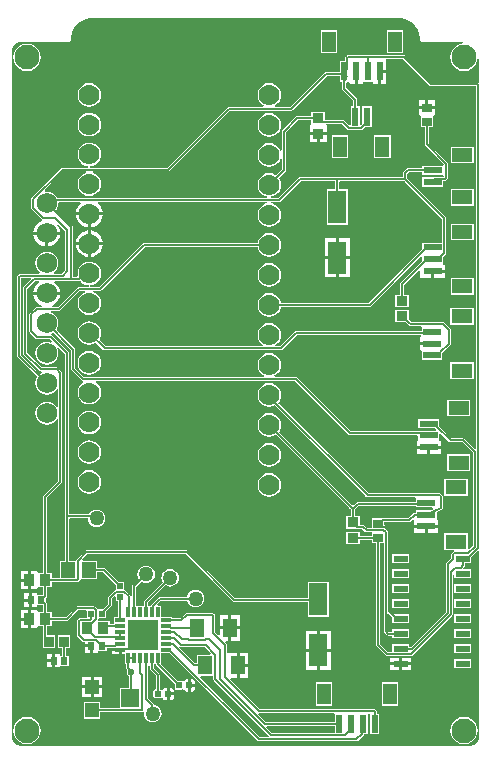
<source format=gtl>
G04*
G04 #@! TF.GenerationSoftware,Altium Limited,Altium Designer,20.1.14 (287)*
G04*
G04 Layer_Physical_Order=1*
G04 Layer_Color=255*
%FSLAX43Y43*%
%MOMM*%
G71*
G04*
G04 #@! TF.SameCoordinates,2B19F274-0338-4189-8154-59E22298D11E*
G04*
G04*
G04 #@! TF.FilePolarity,Positive*
G04*
G01*
G75*
%ADD11C,0.127*%
%ADD15R,1.200X1.200*%
%ADD16R,1.500X1.600*%
%ADD17R,0.900X1.000*%
%ADD18R,1.600X2.800*%
%ADD19R,0.550X0.550*%
G04:AMPARAMS|DCode=20|XSize=0.55mm|YSize=0.5mm|CornerRadius=0.063mm|HoleSize=0mm|Usage=FLASHONLY|Rotation=90.000|XOffset=0mm|YOffset=0mm|HoleType=Round|Shape=RoundedRectangle|*
%AMROUNDEDRECTD20*
21,1,0.550,0.375,0,0,90.0*
21,1,0.425,0.500,0,0,90.0*
1,1,0.125,0.188,0.213*
1,1,0.125,0.188,-0.213*
1,1,0.125,-0.188,-0.213*
1,1,0.125,-0.188,0.213*
%
%ADD20ROUNDEDRECTD20*%
%ADD21R,1.200X1.650*%
%ADD22R,1.150X1.350*%
%ADD23R,0.850X0.750*%
%ADD24R,0.950X0.850*%
%ADD25R,2.550X2.550*%
%ADD26R,0.300X0.850*%
%ADD27R,0.850X0.300*%
%ADD28R,0.600X1.550*%
%ADD29R,1.200X1.800*%
%ADD30R,1.550X0.600*%
%ADD31R,1.800X1.200*%
%ADD32R,1.550X0.600*%
%ADD33R,1.800X1.200*%
%ADD34R,1.257X0.508*%
%ADD35R,0.600X0.640*%
%ADD36R,0.850X0.950*%
%ADD62C,1.750*%
%ADD63C,1.778*%
%ADD64C,2.100*%
%ADD65C,0.600*%
%ADD66C,1.270*%
G36*
X30435Y58184D02*
X30436Y58162D01*
X30440Y58143D01*
X30444Y58126D01*
X30450Y58111D01*
X30457Y58100D01*
X30465Y58091D01*
X30475Y58084D01*
X30485Y58080D01*
X30497Y58079D01*
X30243D01*
X30255Y58080D01*
X30266Y58084D01*
X30276Y58091D01*
X30284Y58100D01*
X30291Y58111D01*
X30297Y58126D01*
X30301Y58143D01*
X30304Y58162D01*
X30306Y58184D01*
X30307Y58209D01*
X30434D01*
X30435Y58184D01*
D02*
G37*
G36*
X28667Y58082D02*
X28480Y58079D01*
X28492Y58080D01*
X28503Y58084D01*
X28512Y58091D01*
X28521Y58100D01*
X28528Y58112D01*
X28533Y58126D01*
X28538Y58143D01*
X28541Y58162D01*
X28543Y58184D01*
X28543Y58209D01*
X28670D01*
X28667Y58082D01*
D02*
G37*
G36*
X28485Y56540D02*
X28475Y56536D01*
X28465Y56529D01*
X28457Y56520D01*
X28450Y56508D01*
X28444Y56494D01*
X28440Y56477D01*
X28436Y56458D01*
X28435Y56436D01*
X28434Y56411D01*
X28307D01*
X28306Y56436D01*
X28304Y56458D01*
X28301Y56477D01*
X28297Y56494D01*
X28291Y56508D01*
X28284Y56520D01*
X28276Y56529D01*
X28266Y56536D01*
X28255Y56540D01*
X28243Y56541D01*
X28497D01*
X28485Y56540D01*
D02*
G37*
G36*
X33523Y61724D02*
X33849Y61589D01*
X34143Y61392D01*
X34393Y61143D01*
X34589Y60849D01*
X34724Y60523D01*
X34793Y60176D01*
Y60000D01*
X34809Y59921D01*
X34853Y59853D01*
X34921Y59808D01*
X35000Y59793D01*
X38293D01*
X38293Y59793D01*
X38293Y59793D01*
X38293Y59793D01*
X38353Y59793D01*
X38376Y59772D01*
X38333Y59638D01*
X38200Y59620D01*
X37920Y59505D01*
X37680Y59320D01*
X37495Y59080D01*
X37380Y58800D01*
X37340Y58500D01*
X37380Y58200D01*
X37495Y57920D01*
X37680Y57680D01*
X37920Y57495D01*
X38200Y57380D01*
X38500Y57340D01*
X38800Y57380D01*
X39080Y57495D01*
X39320Y57680D01*
X39505Y57920D01*
X39620Y58200D01*
X39638Y58333D01*
X39772Y58376D01*
X39793Y58353D01*
X39793Y58293D01*
Y56425D01*
X39673Y56354D01*
X39666Y56354D01*
X39608Y56366D01*
X35805D01*
X33532Y58639D01*
X33477Y58676D01*
X33414Y58688D01*
X28702D01*
X28638Y58676D01*
X28584Y58639D01*
X28489Y58544D01*
X28453Y58490D01*
X28440Y58427D01*
Y58223D01*
X28435Y58212D01*
X28435Y58190D01*
X28434Y58185D01*
X27970D01*
Y57241D01*
X26797D01*
X26733Y57228D01*
X26679Y57192D01*
X23807Y54319D01*
X22520D01*
X22494Y54446D01*
X22521Y54457D01*
X22727Y54616D01*
X22886Y54822D01*
X22985Y55063D01*
X23019Y55321D01*
X22985Y55579D01*
X22886Y55820D01*
X22727Y56027D01*
X22521Y56185D01*
X22280Y56285D01*
X22022Y56319D01*
X21764Y56285D01*
X21523Y56185D01*
X21316Y56027D01*
X21158Y55820D01*
X21058Y55579D01*
X21024Y55321D01*
X21058Y55063D01*
X21158Y54822D01*
X21316Y54616D01*
X21523Y54457D01*
X21549Y54446D01*
X21524Y54319D01*
X18618D01*
X18554Y54307D01*
X18500Y54271D01*
X18303Y54074D01*
X13396Y49167D01*
X6873D01*
X6865Y49294D01*
X7040Y49317D01*
X7281Y49416D01*
X7487Y49575D01*
X7646Y49782D01*
X7745Y50022D01*
X7779Y50280D01*
X7745Y50539D01*
X7646Y50779D01*
X7487Y50986D01*
X7281Y51144D01*
X7040Y51244D01*
X6782Y51278D01*
X6524Y51244D01*
X6283Y51144D01*
X6076Y50986D01*
X5918Y50779D01*
X5818Y50539D01*
X5784Y50280D01*
X5818Y50022D01*
X5918Y49782D01*
X6076Y49575D01*
X6283Y49416D01*
X6524Y49317D01*
X6699Y49294D01*
X6691Y49167D01*
X4516D01*
X4453Y49154D01*
X4398Y49118D01*
X1889Y46608D01*
X1853Y46554D01*
X1840Y46490D01*
Y45771D01*
X1853Y45707D01*
X1889Y45653D01*
X2727Y44815D01*
X2754Y44797D01*
X2760Y44696D01*
X2750Y44658D01*
X2606Y44598D01*
X2370Y44417D01*
X2189Y44181D01*
X2075Y43907D01*
X2053Y43739D01*
X3175D01*
X4297D01*
X4275Y43907D01*
X4161Y44181D01*
X4044Y44334D01*
X4139Y44418D01*
X4735Y43822D01*
Y40455D01*
X4452Y40172D01*
X3812D01*
X3769Y40299D01*
X3870Y40376D01*
X4027Y40580D01*
X4125Y40817D01*
X4158Y41072D01*
X4125Y41326D01*
X4027Y41564D01*
X3870Y41767D01*
X3667Y41923D01*
X3430Y42022D01*
X3175Y42055D01*
X2920Y42022D01*
X2683Y41923D01*
X2480Y41767D01*
X2323Y41564D01*
X2225Y41326D01*
X2192Y41072D01*
X2225Y40817D01*
X2323Y40580D01*
X2480Y40376D01*
X2581Y40299D01*
X2538Y40172D01*
X913D01*
X849Y40159D01*
X795Y40123D01*
X720Y40048D01*
X684Y39994D01*
X672Y39931D01*
Y33249D01*
X684Y33185D01*
X720Y33131D01*
X2377Y31474D01*
X2323Y31404D01*
X2225Y31166D01*
X2192Y30912D01*
X2225Y30657D01*
X2323Y30420D01*
X2480Y30216D01*
X2683Y30060D01*
X2920Y29962D01*
X3175Y29928D01*
X3430Y29962D01*
X3667Y30060D01*
X3870Y30216D01*
X4024Y30417D01*
X4034Y30418D01*
X4151Y30389D01*
Y28895D01*
X4034Y28865D01*
X4024Y28867D01*
X3870Y29067D01*
X3667Y29223D01*
X3430Y29322D01*
X3175Y29355D01*
X2920Y29322D01*
X2683Y29223D01*
X2480Y29067D01*
X2323Y28864D01*
X2225Y28626D01*
X2192Y28372D01*
X2225Y28117D01*
X2323Y27880D01*
X2480Y27676D01*
X2683Y27520D01*
X2920Y27422D01*
X3175Y27388D01*
X3430Y27422D01*
X3667Y27520D01*
X3870Y27676D01*
X4024Y27877D01*
X4034Y27878D01*
X4151Y27849D01*
Y22653D01*
X2919Y21421D01*
X2883Y21367D01*
X2871Y21303D01*
Y14949D01*
X2759Y14824D01*
X2518D01*
X2487Y14824D01*
X2391Y14899D01*
Y14978D01*
X1814D01*
Y14224D01*
Y13470D01*
X2391D01*
Y13549D01*
X2487Y13624D01*
X2518Y13624D01*
X2864D01*
X2865Y13619D01*
X2865Y13597D01*
X2871Y13586D01*
Y12973D01*
X2865Y12968D01*
X2375D01*
Y13122D01*
X1948D01*
Y12548D01*
Y11974D01*
X2375D01*
Y12128D01*
X2865D01*
X2871Y12122D01*
Y11647D01*
X2759Y11522D01*
X2518D01*
X2487Y11522D01*
X2391Y11597D01*
Y11676D01*
X1814D01*
Y10922D01*
Y10168D01*
X2391D01*
Y10247D01*
X2487Y10322D01*
X2518Y10322D01*
X2871D01*
Y9606D01*
X2820D01*
Y8456D01*
X3870D01*
Y9606D01*
X3204D01*
Y10322D01*
X3587D01*
Y10755D01*
X4857D01*
X4920Y10768D01*
X4975Y10804D01*
X5842Y11672D01*
X6523D01*
X6572Y11613D01*
Y11188D01*
X6583Y11133D01*
X6582Y11120D01*
X6510Y11006D01*
X5966D01*
X5903Y10994D01*
X5849Y10957D01*
X5782Y10891D01*
X5746Y10837D01*
X5733Y10773D01*
Y9550D01*
X5746Y9486D01*
X5782Y9432D01*
X6174Y9041D01*
X6228Y9004D01*
X6292Y8992D01*
X6406D01*
Y8802D01*
X6960D01*
Y8675D01*
X7087D01*
Y8101D01*
X7514D01*
Y8255D01*
X8240D01*
Y8508D01*
X8705D01*
Y8473D01*
X9384D01*
Y8346D01*
X9511D01*
Y7942D01*
X9834D01*
Y7121D01*
X9917D01*
Y6932D01*
X9917Y6932D01*
Y6755D01*
X9930Y6691D01*
X9966Y6637D01*
X9975Y6628D01*
X9961Y6608D01*
X9930Y6452D01*
X9961Y6296D01*
X10049Y6163D01*
X10171Y6082D01*
Y5116D01*
X9411D01*
Y3383D01*
X7711D01*
Y3916D01*
X6311D01*
Y2516D01*
X7711D01*
Y3050D01*
X11209D01*
X11272Y3062D01*
X11304Y3084D01*
X11377Y3056D01*
X11423Y3016D01*
X11413Y2934D01*
X11438Y2742D01*
X11512Y2563D01*
X11630Y2409D01*
X11783Y2292D01*
X11962Y2218D01*
X12154Y2192D01*
X12346Y2218D01*
X12525Y2292D01*
X12678Y2409D01*
X12796Y2563D01*
X12870Y2742D01*
X12895Y2934D01*
X12870Y3126D01*
X12796Y3304D01*
X12678Y3458D01*
X12525Y3576D01*
X12346Y3650D01*
X12246Y3663D01*
Y3666D01*
X12234Y3730D01*
X12197Y3784D01*
X11767Y4214D01*
Y7006D01*
X11794Y7027D01*
X11830Y7016D01*
X11917Y6927D01*
Y6705D01*
X11930Y6641D01*
X11966Y6587D01*
X12388Y6166D01*
Y4976D01*
X12367D01*
X12304Y4963D01*
X12250Y4927D01*
X12214Y4873D01*
X12202Y4810D01*
Y4385D01*
X12214Y4321D01*
X12250Y4268D01*
X12304Y4232D01*
X12367Y4219D01*
X12742D01*
X12806Y4232D01*
X12841Y4255D01*
X12877Y4257D01*
X12925Y4250D01*
X12989Y4232D01*
X13039Y4157D01*
X13144Y4087D01*
X13267Y4062D01*
X13328D01*
Y4597D01*
Y5133D01*
X13267D01*
X13144Y5108D01*
X13039Y5038D01*
X12989Y4962D01*
X12925Y4945D01*
X12877Y4938D01*
X12841Y4939D01*
X12806Y4963D01*
X12742Y4976D01*
X12722D01*
Y6235D01*
X12709Y6298D01*
X12673Y6353D01*
X12251Y6774D01*
Y7121D01*
X12433D01*
Y7117D01*
X12446Y7053D01*
X12482Y6999D01*
X14005Y5476D01*
Y5122D01*
X14018Y5058D01*
X14054Y5004D01*
X14107Y4968D01*
X14171Y4956D01*
X14546D01*
X14609Y4968D01*
X14644Y4992D01*
X14680Y4994D01*
X14728Y4986D01*
X14792Y4969D01*
X14843Y4893D01*
X14947Y4823D01*
X15071Y4799D01*
X15131D01*
Y5334D01*
Y5869D01*
X15071D01*
X14947Y5845D01*
X14843Y5775D01*
X14792Y5699D01*
X14728Y5682D01*
X14680Y5674D01*
X14644Y5676D01*
X14609Y5700D01*
X14546Y5712D01*
X14241D01*
X12917Y7036D01*
X12834Y7121D01*
X12834D01*
X12834Y7121D01*
Y8067D01*
X12863D01*
Y8096D01*
X13573D01*
X21037Y632D01*
X21091Y596D01*
X21155Y583D01*
X29400D01*
X29464Y596D01*
X29518Y632D01*
X29961Y1075D01*
X29997Y1129D01*
X30009Y1190D01*
X30339D01*
Y2940D01*
X30432Y3021D01*
X30445D01*
X30539Y2940D01*
Y1190D01*
X31339D01*
Y2940D01*
X31111D01*
X31111Y2945D01*
X31110Y2967D01*
X31105Y2978D01*
Y3113D01*
X31093Y3177D01*
X31056Y3231D01*
X30982Y3306D01*
X30928Y3342D01*
X30864Y3354D01*
X30645D01*
X30645Y3354D01*
X21189D01*
X18729Y5814D01*
X18778Y5931D01*
X19256D01*
Y7010D01*
Y8089D01*
X18529D01*
X18442Y8180D01*
Y8750D01*
X18429Y8814D01*
X18393Y8868D01*
X18272Y8989D01*
X18320Y9106D01*
X18545D01*
Y10058D01*
X17818D01*
Y9609D01*
X17701Y9560D01*
X17439Y9822D01*
Y11209D01*
X17426Y11272D01*
X17390Y11326D01*
X17323Y11393D01*
X17269Y11429D01*
X17206Y11442D01*
X15012D01*
X14948Y11429D01*
X14894Y11393D01*
X14514Y11012D01*
X13847D01*
X13836Y11017D01*
X13814Y11018D01*
X13809Y11019D01*
Y11096D01*
X12863D01*
Y11125D01*
X12834D01*
Y12071D01*
X12599D01*
X12551Y12188D01*
X12864Y12501D01*
X15054D01*
X15057Y12476D01*
X15131Y12297D01*
X15249Y12143D01*
X15403Y12026D01*
X15582Y11952D01*
X15773Y11926D01*
X15965Y11952D01*
X16144Y12026D01*
X16298Y12143D01*
X16415Y12297D01*
X16489Y12476D01*
X16515Y12668D01*
X16489Y12859D01*
X16415Y13038D01*
X16298Y13192D01*
X16144Y13310D01*
X15965Y13384D01*
X15773Y13409D01*
X15582Y13384D01*
X15403Y13310D01*
X15249Y13192D01*
X15131Y13038D01*
X15057Y12859D01*
X15054Y12834D01*
X12795D01*
X12731Y12822D01*
X12677Y12786D01*
X12053Y12162D01*
X12017Y12107D01*
X12009Y12071D01*
X11834D01*
X11751Y12163D01*
Y12328D01*
X13224Y13801D01*
X13244Y13785D01*
X13423Y13711D01*
X13614Y13686D01*
X13806Y13711D01*
X13985Y13785D01*
X14139Y13903D01*
X14256Y14057D01*
X14330Y14235D01*
X14356Y14427D01*
X14330Y14619D01*
X14256Y14798D01*
X14139Y14951D01*
X13985Y15069D01*
X13806Y15143D01*
X13614Y15169D01*
X13423Y15143D01*
X13244Y15069D01*
X13090Y14951D01*
X12972Y14798D01*
X12898Y14619D01*
X12873Y14427D01*
X12898Y14235D01*
X12972Y14057D01*
X12988Y14036D01*
X11466Y12515D01*
X11430Y12461D01*
X11417Y12397D01*
Y12109D01*
X11412Y12098D01*
X11412Y12076D01*
X11411Y12071D01*
X10834D01*
X10751Y12163D01*
Y13665D01*
X11192Y14105D01*
X11212Y14090D01*
X11391Y14016D01*
X11582Y13991D01*
X11774Y14016D01*
X11953Y14090D01*
X12107Y14208D01*
X12224Y14361D01*
X12298Y14540D01*
X12324Y14732D01*
X12298Y14924D01*
X12224Y15103D01*
X12107Y15256D01*
X11953Y15374D01*
X11774Y15448D01*
X11582Y15473D01*
X11391Y15448D01*
X11212Y15374D01*
X11058Y15256D01*
X10940Y15103D01*
X10866Y14924D01*
X10841Y14732D01*
X10866Y14540D01*
X10940Y14361D01*
X10956Y14341D01*
X10466Y13852D01*
X10430Y13798D01*
X10417Y13734D01*
Y12859D01*
X10292Y12856D01*
X10279Y12920D01*
X10243Y12974D01*
X9836Y13381D01*
X9782Y13418D01*
X9750Y13424D01*
Y14100D01*
X9236D01*
X8116Y15220D01*
X8062Y15256D01*
X7998Y15269D01*
X7408D01*
Y15877D01*
X6234D01*
X6182Y16004D01*
X6597Y16420D01*
X14942D01*
X18899Y12463D01*
X18953Y12426D01*
X19017Y12414D01*
X25262D01*
Y11115D01*
X27062D01*
Y14115D01*
X25262D01*
Y12747D01*
X19086D01*
X15129Y16704D01*
X15075Y16740D01*
X15011Y16753D01*
X6528D01*
X6464Y16740D01*
X6410Y16704D01*
X5683Y15977D01*
X5647Y15923D01*
X5638Y15877D01*
X5075D01*
X5074Y15882D01*
X5074Y15904D01*
X5069Y15915D01*
Y19418D01*
X5072Y19422D01*
X5187Y19468D01*
X6640D01*
X6650Y19456D01*
X6675Y19265D01*
X6749Y19086D01*
X6867Y18932D01*
X7021Y18814D01*
X7200Y18740D01*
X7391Y18715D01*
X7583Y18740D01*
X7762Y18814D01*
X7916Y18932D01*
X8033Y19086D01*
X8107Y19265D01*
X8133Y19456D01*
X8107Y19648D01*
X8033Y19827D01*
X7916Y19981D01*
X7762Y20098D01*
X7583Y20172D01*
X7391Y20198D01*
X7200Y20172D01*
X7021Y20098D01*
X6867Y19981D01*
X6749Y19827D01*
X6739Y19801D01*
X5187D01*
X5072Y19846D01*
X5069Y19850D01*
Y33426D01*
X5056Y33490D01*
X5020Y33544D01*
X3648Y34917D01*
X3594Y34953D01*
X3562Y34959D01*
X3539Y35073D01*
X3541Y35088D01*
X3667Y35140D01*
X3737Y35194D01*
X5244Y33688D01*
Y32106D01*
X5256Y32042D01*
X5292Y31988D01*
X6123Y31157D01*
X6177Y31121D01*
X6241Y31108D01*
X6260D01*
X6285Y30981D01*
X6283Y30980D01*
X6076Y30822D01*
X5918Y30615D01*
X5818Y30375D01*
X5784Y30117D01*
X5818Y29858D01*
X5918Y29618D01*
X6076Y29411D01*
X6283Y29253D01*
X6524Y29153D01*
X6782Y29119D01*
X7040Y29153D01*
X7281Y29253D01*
X7487Y29411D01*
X7646Y29618D01*
X7745Y29858D01*
X7779Y30117D01*
X7745Y30375D01*
X7646Y30615D01*
X7487Y30822D01*
X7281Y30980D01*
X7278Y30981D01*
X7304Y31108D01*
X24206D01*
X28762Y26552D01*
X28816Y26516D01*
X28880Y26503D01*
X34552D01*
X34642Y26413D01*
X34642Y26092D01*
X34534Y26046D01*
X34488D01*
Y25619D01*
X36546D01*
Y26046D01*
X36500D01*
X36392Y26092D01*
X36392Y26173D01*
Y26636D01*
X36509Y26684D01*
X37248Y25946D01*
X37302Y25909D01*
X37366Y25897D01*
X38384D01*
X39254Y25026D01*
Y17138D01*
X38965Y16849D01*
X38838Y16902D01*
Y18187D01*
X36838D01*
Y16787D01*
X37650D01*
X37663Y16660D01*
X37621Y16651D01*
X37567Y16615D01*
X37455Y16504D01*
X37419Y16449D01*
X37406Y16386D01*
Y16125D01*
X36992Y15710D01*
X36955Y15656D01*
X36943Y15592D01*
Y11499D01*
X34043Y8599D01*
X33914D01*
X33902Y8604D01*
X33881Y8605D01*
X33876Y8606D01*
Y8787D01*
X32418D01*
Y8155D01*
X32067D01*
X31409Y8813D01*
Y17302D01*
X31414Y17313D01*
X31414Y17335D01*
X31415Y17340D01*
X31691D01*
Y9937D01*
X31703Y9873D01*
X31740Y9819D01*
X31974Y9585D01*
X32028Y9549D01*
X32092Y9536D01*
X32418D01*
Y9349D01*
X33876D01*
Y10057D01*
X32418D01*
Y9870D01*
X32161D01*
X32024Y10006D01*
Y11333D01*
X32142Y11382D01*
X32342Y11181D01*
X32344Y11174D01*
X32350Y11170D01*
X32352Y11164D01*
X32398Y11115D01*
X32412Y11097D01*
X32418Y11089D01*
Y11070D01*
X32417Y11067D01*
X32418Y11061D01*
Y11054D01*
X32417Y11049D01*
X32418Y11045D01*
Y10619D01*
X33876D01*
Y11327D01*
X32727D01*
X32724Y11329D01*
X32718Y11327D01*
X32686D01*
X32674Y11335D01*
X32634Y11369D01*
X32611Y11391D01*
X32599Y11396D01*
X32278Y11717D01*
Y18374D01*
X32266Y18438D01*
X32229Y18492D01*
X31900Y18821D01*
X31846Y18858D01*
X31782Y18870D01*
X31767D01*
Y19154D01*
X31773Y19154D01*
X31794Y19155D01*
X31805Y19160D01*
X33866D01*
X33930Y19172D01*
X33984Y19209D01*
X34187Y19412D01*
X34285Y19330D01*
Y18914D01*
X36343D01*
Y19341D01*
X36296D01*
X36189Y19387D01*
X36189Y19468D01*
Y20006D01*
X36218Y20017D01*
X36220Y20020D01*
X36224Y20020D01*
X36246Y20030D01*
X36255Y20040D01*
X36595Y20198D01*
X36619Y20215D01*
X36643Y20231D01*
X36645Y20234D01*
X36648Y20236D01*
X36663Y20261D01*
X36679Y20285D01*
X36680Y20289D01*
X36682Y20292D01*
X36686Y20320D01*
X36692Y20349D01*
Y21326D01*
X36679Y21390D01*
X36643Y21444D01*
X36544Y21543D01*
X36490Y21579D01*
X36426Y21592D01*
X30419D01*
X22757Y29254D01*
X22886Y29422D01*
X22985Y29663D01*
X23019Y29921D01*
X22985Y30179D01*
X22886Y30420D01*
X22727Y30627D01*
X22521Y30785D01*
X22280Y30885D01*
X22022Y30919D01*
X21764Y30885D01*
X21523Y30785D01*
X21316Y30627D01*
X21158Y30420D01*
X21058Y30179D01*
X21024Y29921D01*
X21058Y29663D01*
X21158Y29422D01*
X21316Y29216D01*
X21523Y29057D01*
X21764Y28958D01*
X22022Y28924D01*
X22280Y28958D01*
X22493Y29046D01*
X30232Y21307D01*
X30286Y21271D01*
X30350Y21258D01*
X34341D01*
X34439Y21187D01*
Y20843D01*
X29490D01*
X29426Y20830D01*
X29372Y20794D01*
X29187Y20609D01*
X29165Y20600D01*
X29108Y20582D01*
X29032Y20606D01*
X22830Y26809D01*
X22886Y26882D01*
X22985Y27123D01*
X23019Y27381D01*
X22985Y27639D01*
X22886Y27880D01*
X22727Y28087D01*
X22521Y28245D01*
X22280Y28345D01*
X22022Y28379D01*
X21764Y28345D01*
X21523Y28245D01*
X21316Y28087D01*
X21158Y27880D01*
X21058Y27639D01*
X21024Y27381D01*
X21058Y27123D01*
X21158Y26882D01*
X21316Y26676D01*
X21523Y26517D01*
X21764Y26418D01*
X22022Y26384D01*
X22280Y26418D01*
X22521Y26517D01*
X22594Y26573D01*
X28872Y20296D01*
X28876Y20284D01*
X28890Y20269D01*
X28900Y20256D01*
X28909Y20244D01*
X28916Y20231D01*
X28922Y20218D01*
X28927Y20204D01*
X28931Y20190D01*
X28934Y20174D01*
X28936Y20158D01*
X28937Y20137D01*
X28942Y20127D01*
Y19679D01*
X28937Y19668D01*
X28936Y19646D01*
X28936Y19641D01*
X28533D01*
Y18591D01*
X29454D01*
X29470Y18588D01*
X29875D01*
X30132Y18331D01*
X30159Y18313D01*
X30186Y18295D01*
X30186Y18295D01*
X30186Y18295D01*
X30249Y18282D01*
X30717D01*
Y17983D01*
X29721D01*
X29710Y17988D01*
X29689Y17988D01*
X29683Y17989D01*
Y18341D01*
X28533D01*
Y17291D01*
X29683D01*
Y17643D01*
X29689Y17644D01*
X29710Y17644D01*
X29721Y17649D01*
X30717D01*
Y17340D01*
X31069D01*
X31070Y17335D01*
X31070Y17313D01*
X31075Y17302D01*
Y8744D01*
X31075Y8744D01*
X31088Y8680D01*
X31124Y8626D01*
X31880Y7870D01*
X31934Y7834D01*
X31997Y7822D01*
X33066D01*
X33066Y7822D01*
X34027D01*
X34091Y7834D01*
X34145Y7870D01*
X37481Y11207D01*
X37517Y11261D01*
X37530Y11325D01*
Y14722D01*
X37536Y14727D01*
X37663Y14659D01*
Y14429D01*
X39121D01*
Y15137D01*
X38463D01*
X38410Y15264D01*
X38510Y15363D01*
X38546Y15418D01*
X38559Y15481D01*
Y15661D01*
X38564Y15672D01*
X38564Y15693D01*
X38565Y15699D01*
X39121D01*
Y16171D01*
X39675Y16726D01*
X39793Y16677D01*
Y1000D01*
Y922D01*
X39762Y769D01*
X39703Y624D01*
X39616Y495D01*
X39505Y384D01*
X39375Y297D01*
X39231Y238D01*
X39078Y207D01*
X922D01*
X769Y238D01*
X624Y297D01*
X495Y384D01*
X384Y495D01*
X297Y624D01*
X238Y769D01*
X207Y922D01*
Y1000D01*
Y59000D01*
Y59078D01*
X238Y59231D01*
X297Y59375D01*
X384Y59505D01*
X495Y59616D01*
X624Y59702D01*
X769Y59762D01*
X922Y59793D01*
X5000D01*
X5079Y59808D01*
X5146Y59853D01*
X5191Y59921D01*
X5207Y60000D01*
Y60176D01*
X5276Y60523D01*
X5411Y60849D01*
X5607Y61143D01*
X5857Y61392D01*
X6151Y61589D01*
X6477Y61724D01*
X6823Y61793D01*
X33177D01*
X33523Y61724D01*
D02*
G37*
G36*
X35619Y56081D02*
X35673Y56045D01*
X35736Y56032D01*
X39516D01*
Y25402D01*
X39398Y25353D01*
X38570Y26181D01*
X38516Y26217D01*
X38453Y26230D01*
X37435D01*
X36465Y27200D01*
X36463Y27208D01*
X36396Y27306D01*
X36392Y27322D01*
Y27892D01*
X34642D01*
Y27092D01*
X36022D01*
X36023Y27092D01*
X36028Y27092D01*
X36067D01*
X36070Y27091D01*
X36165Y27010D01*
X36164Y26991D01*
X36115Y26892D01*
X34642D01*
Y26837D01*
X28949D01*
X24393Y31393D01*
X24339Y31429D01*
X24275Y31442D01*
X22477D01*
X22451Y31569D01*
X22521Y31597D01*
X22727Y31756D01*
X22886Y31962D01*
X22985Y32203D01*
X23019Y32461D01*
X22985Y32719D01*
X22886Y32960D01*
X22727Y33167D01*
X22521Y33325D01*
X22280Y33425D01*
X22022Y33459D01*
X21764Y33425D01*
X21523Y33325D01*
X21316Y33167D01*
X21158Y32960D01*
X21058Y32719D01*
X21024Y32461D01*
X21058Y32203D01*
X21158Y31962D01*
X21316Y31756D01*
X21523Y31597D01*
X21592Y31569D01*
X21567Y31442D01*
X6310D01*
X5577Y32175D01*
Y33757D01*
X5564Y33820D01*
X5528Y33874D01*
X3973Y35430D01*
X4027Y35500D01*
X4125Y35737D01*
X4158Y35992D01*
X4125Y36246D01*
X4027Y36484D01*
X3870Y36687D01*
X3667Y36843D01*
X3550Y36892D01*
X3575Y37019D01*
X4216D01*
X4280Y37032D01*
X4334Y37068D01*
X6013Y38746D01*
X6444D01*
X6469Y38619D01*
X6283Y38542D01*
X6076Y38383D01*
X5918Y38177D01*
X5818Y37936D01*
X5784Y37678D01*
X5818Y37420D01*
X5918Y37179D01*
X6076Y36973D01*
X6283Y36814D01*
X6524Y36715D01*
X6782Y36681D01*
X7040Y36715D01*
X7281Y36814D01*
X7487Y36973D01*
X7646Y37179D01*
X7745Y37420D01*
X7779Y37678D01*
X7745Y37936D01*
X7646Y38177D01*
X7487Y38383D01*
X7281Y38542D01*
X7094Y38619D01*
X7120Y38746D01*
X7696D01*
X7760Y38759D01*
X7814Y38795D01*
X11474Y42454D01*
X21046D01*
X21058Y42363D01*
X21158Y42122D01*
X21316Y41916D01*
X21523Y41757D01*
X21764Y41658D01*
X22022Y41624D01*
X22280Y41658D01*
X22521Y41757D01*
X22727Y41916D01*
X22886Y42122D01*
X22985Y42363D01*
X23019Y42621D01*
X22985Y42879D01*
X22886Y43120D01*
X22727Y43327D01*
X22521Y43485D01*
X22280Y43585D01*
X22022Y43619D01*
X21764Y43585D01*
X21523Y43485D01*
X21316Y43327D01*
X21158Y43120D01*
X21058Y42879D01*
X21046Y42788D01*
X11405D01*
X11341Y42775D01*
X11287Y42739D01*
X7627Y39079D01*
X6832D01*
X6823Y39207D01*
X7040Y39235D01*
X7281Y39335D01*
X7487Y39493D01*
X7646Y39700D01*
X7745Y39940D01*
X7779Y40199D01*
X7745Y40457D01*
X7646Y40697D01*
X7487Y40904D01*
X7281Y41062D01*
X7040Y41162D01*
X6782Y41196D01*
X6524Y41162D01*
X6283Y41062D01*
X6076Y40904D01*
X5918Y40697D01*
X5818Y40457D01*
X5784Y40199D01*
X5805Y40045D01*
X5696Y39918D01*
X5374D01*
Y44120D01*
X5361Y44184D01*
X5325Y44238D01*
X3973Y45590D01*
X4027Y45660D01*
X4125Y45897D01*
X4158Y46152D01*
X4156Y46169D01*
X4240Y46264D01*
X6031D01*
X6075Y46138D01*
X5967Y46055D01*
X5783Y45816D01*
X5668Y45538D01*
X5646Y45366D01*
X6782D01*
X7918D01*
X7895Y45538D01*
X7780Y45816D01*
X7597Y46055D01*
X7489Y46138D01*
X7532Y46264D01*
X21852D01*
X21860Y46138D01*
X21764Y46125D01*
X21523Y46025D01*
X21316Y45867D01*
X21158Y45660D01*
X21058Y45419D01*
X21024Y45161D01*
X21058Y44903D01*
X21158Y44662D01*
X21316Y44456D01*
X21523Y44297D01*
X21764Y44198D01*
X22022Y44164D01*
X22280Y44198D01*
X22521Y44297D01*
X22727Y44456D01*
X22886Y44662D01*
X22985Y44903D01*
X23019Y45161D01*
X22985Y45419D01*
X22886Y45660D01*
X22727Y45867D01*
X22521Y46025D01*
X22280Y46125D01*
X22183Y46138D01*
X22191Y46264D01*
X22860D01*
X22924Y46277D01*
X22978Y46313D01*
X24707Y48042D01*
X27546D01*
X27550Y48040D01*
X27596Y47925D01*
Y47351D01*
X27590Y47339D01*
X27590Y47318D01*
X27589Y47313D01*
X26862D01*
Y44313D01*
X28662D01*
Y47313D01*
X27935D01*
X27934Y47318D01*
X27934Y47339D01*
X27929Y47351D01*
Y47925D01*
X27974Y48040D01*
X27978Y48042D01*
X33335D01*
X33345Y48038D01*
X33366Y48037D01*
X33382Y48035D01*
X33398Y48032D01*
X33412Y48028D01*
X33426Y48023D01*
X33439Y48017D01*
X33452Y48010D01*
X33464Y48001D01*
X33477Y47991D01*
X33492Y47977D01*
X33504Y47972D01*
X36663Y44813D01*
Y42802D01*
X34967D01*
Y42238D01*
X30438Y37708D01*
X22997D01*
X22985Y37799D01*
X22886Y38040D01*
X22727Y38247D01*
X22521Y38405D01*
X22280Y38505D01*
X22022Y38539D01*
X21764Y38505D01*
X21523Y38405D01*
X21316Y38247D01*
X21158Y38040D01*
X21058Y37799D01*
X21024Y37541D01*
X21058Y37283D01*
X21158Y37042D01*
X21316Y36836D01*
X21523Y36677D01*
X21764Y36578D01*
X22022Y36544D01*
X22280Y36578D01*
X22521Y36677D01*
X22727Y36836D01*
X22886Y37042D01*
X22985Y37283D01*
X22997Y37375D01*
X30507D01*
X30570Y37387D01*
X30624Y37423D01*
X34850Y41649D01*
X34967Y41600D01*
Y41238D01*
X33156Y39426D01*
X33120Y39372D01*
X33107Y39309D01*
Y38411D01*
X32699D01*
Y37361D01*
X33849D01*
Y38411D01*
X33441D01*
Y39240D01*
X34696Y40495D01*
X34813Y40446D01*
Y39848D01*
X35715D01*
Y40402D01*
X35842D01*
Y40529D01*
X36871D01*
Y40956D01*
X36825D01*
X36717Y41002D01*
Y41566D01*
X36948Y41797D01*
X36984Y41851D01*
X36997Y41915D01*
Y44882D01*
X36984Y44946D01*
X36948Y45000D01*
X33739Y48208D01*
X33735Y48219D01*
X33721Y48235D01*
X33711Y48247D01*
X33702Y48260D01*
X33695Y48273D01*
X33689Y48286D01*
X33684Y48300D01*
X33680Y48314D01*
X33677Y48329D01*
X33675Y48345D01*
X33674Y48366D01*
X33669Y48377D01*
Y48648D01*
X33851Y48830D01*
X34972D01*
Y48538D01*
X36695D01*
X36780Y48435D01*
X36744Y48358D01*
X36698Y48346D01*
X36628Y48345D01*
X36625Y48343D01*
X36622Y48344D01*
X36616Y48344D01*
X36613Y48342D01*
X36609Y48343D01*
X36605Y48343D01*
X36603Y48341D01*
X36083D01*
X36083Y48341D01*
X36083Y48341D01*
X36067Y48338D01*
X34972D01*
Y47538D01*
X36722D01*
Y48002D01*
X36727Y48002D01*
X36749Y48003D01*
X36760Y48008D01*
X36871D01*
X36935Y48020D01*
X36989Y48056D01*
X37100Y48168D01*
X37136Y48222D01*
X37149Y48286D01*
Y49492D01*
X37136Y49556D01*
X37100Y49610D01*
X35523Y51187D01*
Y52532D01*
X35528Y52543D01*
X35529Y52565D01*
X35530Y52570D01*
X35882D01*
Y53489D01*
X35882Y53520D01*
X35957Y53616D01*
X36036D01*
Y54118D01*
X35357D01*
X34678D01*
Y53616D01*
X34757D01*
X34832Y53520D01*
X34832Y53489D01*
Y52570D01*
X35184D01*
X35185Y52564D01*
X35185Y52543D01*
X35190Y52532D01*
Y51118D01*
X35203Y51054D01*
X35239Y51000D01*
X36811Y49428D01*
X36721Y49338D01*
X36689Y49338D01*
X34972D01*
Y49163D01*
X33782D01*
X33718Y49151D01*
X33664Y49114D01*
X33385Y48835D01*
X33349Y48781D01*
X33336Y48717D01*
Y48483D01*
X33300Y48412D01*
X33228Y48376D01*
X27788D01*
X27783Y48379D01*
X27769Y48376D01*
X27756D01*
X27741Y48379D01*
X27737Y48376D01*
X24638D01*
X24574Y48363D01*
X24520Y48327D01*
X22791Y46598D01*
X22191D01*
X22183Y46725D01*
X22280Y46738D01*
X22521Y46837D01*
X22727Y46996D01*
X22886Y47202D01*
X22985Y47443D01*
X23019Y47701D01*
X22985Y47959D01*
X22886Y48200D01*
X22830Y48273D01*
X23359Y48803D01*
X23395Y48857D01*
X23408Y48920D01*
Y52125D01*
X24453Y53170D01*
X25577D01*
Y52843D01*
X25577Y52812D01*
X25502Y52716D01*
X25423D01*
Y52164D01*
X26152D01*
X26881D01*
Y52716D01*
X26881D01*
X26831Y52843D01*
X26842Y52864D01*
X26851Y52868D01*
X28176D01*
X28660Y52384D01*
X28714Y52348D01*
X28778Y52335D01*
X29790D01*
X29853Y52348D01*
X29907Y52384D01*
X30121Y52598D01*
X30698D01*
Y54348D01*
X29898D01*
Y52865D01*
X29814Y52799D01*
X29698Y52849D01*
Y54348D01*
X29470D01*
X29470Y54353D01*
X29469Y54375D01*
X29464Y54386D01*
Y54903D01*
X29452Y54967D01*
X29415Y55021D01*
X28537Y55900D01*
Y56310D01*
X28648Y56435D01*
X28770Y56435D01*
X28816Y56327D01*
Y56281D01*
X29243D01*
Y57310D01*
X29497D01*
Y56281D01*
X29924D01*
Y56327D01*
X29970Y56435D01*
X30051Y56435D01*
X30770Y56435D01*
X30816Y56327D01*
Y56281D01*
X31243D01*
Y57310D01*
X31370D01*
Y57437D01*
X31924D01*
Y58228D01*
X31924Y58339D01*
X32045Y58355D01*
X33345D01*
X35619Y56081D01*
D02*
G37*
G36*
X29362Y54347D02*
X29364Y54325D01*
X29367Y54306D01*
X29371Y54289D01*
X29377Y54274D01*
X29384Y54263D01*
X29392Y54254D01*
X29402Y54247D01*
X29413Y54243D01*
X29425Y54242D01*
X29171D01*
X29183Y54243D01*
X29193Y54247D01*
X29203Y54254D01*
X29211Y54263D01*
X29218Y54274D01*
X29224Y54289D01*
X29228Y54306D01*
X29232Y54325D01*
X29233Y54347D01*
X29234Y54372D01*
X29361D01*
X29362Y54347D01*
D02*
G37*
G36*
X26622Y53150D02*
X26626Y53139D01*
X26633Y53130D01*
X26642Y53122D01*
X26653Y53115D01*
X26668Y53109D01*
X26685Y53104D01*
X26704Y53101D01*
X26726Y53099D01*
X26751Y53099D01*
Y52972D01*
X26726Y52971D01*
X26705Y52969D01*
X26686Y52967D01*
X26669Y52963D01*
X26655Y52958D01*
X26644Y52951D01*
X26635Y52944D01*
X26629Y52936D01*
X26625Y52926D01*
X26624Y52915D01*
X26620Y53162D01*
X26622Y53150D01*
D02*
G37*
G36*
X27970Y56435D02*
X28198D01*
X28198Y56430D01*
X28199Y56408D01*
X28204Y56397D01*
Y55831D01*
X28216Y55767D01*
X28253Y55713D01*
X29131Y54834D01*
Y54386D01*
X29126Y54375D01*
X29125Y54353D01*
X29125Y54348D01*
X28898D01*
Y52798D01*
X28771Y52745D01*
X28363Y53153D01*
X28309Y53189D01*
X28245Y53202D01*
X26765D01*
X26753Y53207D01*
X26732Y53207D01*
X26727Y53208D01*
Y53862D01*
X25577D01*
Y53504D01*
X24384D01*
X24320Y53491D01*
X24266Y53455D01*
X23123Y52312D01*
X23087Y52258D01*
X23074Y52194D01*
Y50617D01*
X22947Y50591D01*
X22886Y50740D01*
X22727Y50947D01*
X22521Y51105D01*
X22280Y51205D01*
X22022Y51239D01*
X21764Y51205D01*
X21523Y51105D01*
X21316Y50947D01*
X21158Y50740D01*
X21058Y50499D01*
X21024Y50241D01*
X21058Y49983D01*
X21158Y49742D01*
X21316Y49536D01*
X21523Y49377D01*
X21764Y49278D01*
X22022Y49244D01*
X22280Y49278D01*
X22521Y49377D01*
X22727Y49536D01*
X22886Y49742D01*
X22947Y49891D01*
X23074Y49866D01*
Y48989D01*
X22594Y48509D01*
X22521Y48565D01*
X22280Y48665D01*
X22022Y48699D01*
X21764Y48665D01*
X21523Y48565D01*
X21316Y48407D01*
X21158Y48200D01*
X21058Y47959D01*
X21024Y47701D01*
X21058Y47443D01*
X21158Y47202D01*
X21316Y46996D01*
X21523Y46837D01*
X21764Y46738D01*
X21860Y46725D01*
X21852Y46598D01*
X4046D01*
X4027Y46644D01*
X3870Y46847D01*
X3667Y47003D01*
X3430Y47102D01*
X3175Y47135D01*
X3051Y47119D01*
X2991Y47239D01*
X4585Y48833D01*
X6457D01*
X6482Y48706D01*
X6283Y48624D01*
X6076Y48465D01*
X5918Y48259D01*
X5818Y48018D01*
X5784Y47760D01*
X5818Y47502D01*
X5918Y47261D01*
X6076Y47055D01*
X6283Y46896D01*
X6524Y46796D01*
X6782Y46762D01*
X7040Y46796D01*
X7281Y46896D01*
X7487Y47055D01*
X7646Y47261D01*
X7745Y47502D01*
X7779Y47760D01*
X7745Y48018D01*
X7646Y48259D01*
X7487Y48465D01*
X7281Y48624D01*
X7081Y48706D01*
X7107Y48833D01*
X13465D01*
X13529Y48846D01*
X13583Y48882D01*
X18539Y53838D01*
X18687Y53986D01*
X23876D01*
X23940Y53999D01*
X23994Y54035D01*
X26866Y56907D01*
X27970D01*
Y56435D01*
D02*
G37*
G36*
X35472Y52675D02*
X35461Y52671D01*
X35451Y52664D01*
X35443Y52655D01*
X35436Y52643D01*
X35430Y52629D01*
X35426Y52612D01*
X35423Y52593D01*
X35421Y52571D01*
X35420Y52546D01*
X35293D01*
X35293Y52571D01*
X35291Y52593D01*
X35288Y52612D01*
X35283Y52629D01*
X35277Y52643D01*
X35270Y52655D01*
X35262Y52664D01*
X35253Y52671D01*
X35242Y52675D01*
X35230Y52676D01*
X35484D01*
X35472Y52675D01*
D02*
G37*
G36*
X33566Y48362D02*
X33567Y48337D01*
X33570Y48313D01*
X33574Y48290D01*
X33580Y48267D01*
X33589Y48245D01*
X33598Y48223D01*
X33610Y48203D01*
X33624Y48183D01*
X33639Y48164D01*
X33656Y48146D01*
X33566Y48056D01*
X33548Y48073D01*
X33529Y48088D01*
X33509Y48102D01*
X33488Y48113D01*
X33467Y48123D01*
X33445Y48131D01*
X33422Y48138D01*
X33399Y48142D01*
X33374Y48145D01*
X33349Y48146D01*
X33312Y48273D01*
X33336Y48274D01*
X33358Y48278D01*
X33377Y48284D01*
X33393Y48293D01*
X33407Y48304D01*
X33419Y48318D01*
X33428Y48335D01*
X33434Y48354D01*
X33438Y48376D01*
X33439Y48400D01*
X33566Y48362D01*
D02*
G37*
G36*
X36746Y48111D02*
X36721Y48110D01*
X36699Y48108D01*
X36680Y48105D01*
X36663Y48101D01*
X36649Y48095D01*
X36637Y48088D01*
X36628Y48080D01*
X36621Y48070D01*
X36617Y48059D01*
X36616Y48047D01*
X36619Y48235D01*
X36620Y48235D01*
X36624Y48236D01*
X36630Y48236D01*
X36700Y48238D01*
X36746Y48238D01*
Y48111D01*
D02*
G37*
G36*
X27953Y48146D02*
X27929Y48144D01*
X27907Y48141D01*
X27888Y48134D01*
X27871Y48125D01*
X27857Y48114D01*
X27846Y48100D01*
X27837Y48083D01*
X27831Y48064D01*
X27827Y48043D01*
X27826Y48019D01*
X27699D01*
X27697Y48043D01*
X27694Y48064D01*
X27687Y48083D01*
X27678Y48100D01*
X27667Y48114D01*
X27653Y48125D01*
X27636Y48134D01*
X27617Y48141D01*
X27596Y48144D01*
X27572Y48146D01*
X27762Y48273D01*
X27953Y48146D01*
D02*
G37*
G36*
X27826Y47312D02*
X27828Y47290D01*
X27831Y47270D01*
X27836Y47253D01*
X27842Y47239D01*
X27849Y47227D01*
X27857Y47218D01*
X27866Y47212D01*
X27877Y47208D01*
X27889Y47207D01*
X27635D01*
X27647Y47208D01*
X27658Y47212D01*
X27668Y47218D01*
X27676Y47227D01*
X27683Y47239D01*
X27689Y47253D01*
X27693Y47270D01*
X27696Y47290D01*
X27698Y47312D01*
X27699Y47337D01*
X27826D01*
X27826Y47312D01*
D02*
G37*
G36*
X6076Y39493D02*
X6283Y39335D01*
X6524Y39235D01*
X6740Y39207D01*
X6732Y39079D01*
X5944D01*
X5880Y39067D01*
X5826Y39031D01*
X4147Y37352D01*
X3610D01*
X3584Y37479D01*
X3744Y37546D01*
X3980Y37727D01*
X4161Y37962D01*
X4275Y38237D01*
X4297Y38405D01*
X3175D01*
X2053D01*
X2075Y38237D01*
X2189Y37962D01*
X2370Y37727D01*
X2606Y37546D01*
X2766Y37479D01*
X2740Y37352D01*
X2311D01*
X2248Y37340D01*
X2194Y37303D01*
X1762Y36872D01*
X1726Y36818D01*
X1713Y36754D01*
Y35306D01*
X1726Y35242D01*
X1762Y35188D01*
X2269Y34681D01*
X2323Y34645D01*
X2387Y34632D01*
X3461D01*
X3641Y34451D01*
X3569Y34344D01*
X3430Y34402D01*
X3175Y34435D01*
X2920Y34402D01*
X2683Y34303D01*
X2480Y34147D01*
X2323Y33944D01*
X2225Y33706D01*
X2192Y33452D01*
X2225Y33197D01*
X2323Y32960D01*
X2480Y32756D01*
X2683Y32600D01*
X2920Y32502D01*
X3175Y32468D01*
X3430Y32502D01*
X3667Y32600D01*
X3870Y32756D01*
X4027Y32960D01*
X4125Y33197D01*
X4158Y33452D01*
X4125Y33706D01*
X4067Y33846D01*
X4175Y33918D01*
X4735Y33357D01*
Y19660D01*
X4733Y19655D01*
X4735Y19641D01*
Y19628D01*
X4733Y19613D01*
X4735Y19609D01*
Y15915D01*
X4731Y15904D01*
X4730Y15882D01*
X4729Y15877D01*
X4308D01*
Y14391D01*
X3625D01*
X3614Y14396D01*
X3592Y14396D01*
X3587Y14397D01*
Y14824D01*
X3210D01*
X3209Y14829D01*
X3209Y14851D01*
X3204Y14862D01*
Y21234D01*
X4436Y22466D01*
X4472Y22520D01*
X4485Y22584D01*
Y31775D01*
X4472Y31839D01*
X4436Y31893D01*
X4131Y32198D01*
X4077Y32234D01*
X4013Y32247D01*
X2739D01*
X1513Y33473D01*
Y38895D01*
X2203Y39584D01*
X2483D01*
X2526Y39457D01*
X2370Y39337D01*
X2189Y39101D01*
X2075Y38827D01*
X2053Y38659D01*
X3175D01*
X4297D01*
X4275Y38827D01*
X4161Y39101D01*
X3980Y39337D01*
X3824Y39457D01*
X3867Y39584D01*
X5887D01*
X5951Y39597D01*
X5981Y39617D01*
X6076Y39493D01*
D02*
G37*
G36*
X1868Y39721D02*
X1228Y39081D01*
X1192Y39027D01*
X1179Y38964D01*
Y33404D01*
X1192Y33340D01*
X1228Y33286D01*
X2552Y31962D01*
X2606Y31926D01*
X2670Y31913D01*
X2714D01*
X2739Y31787D01*
X2683Y31763D01*
X2613Y31710D01*
X1005Y33318D01*
Y39838D01*
X1819D01*
X1868Y39721D01*
D02*
G37*
G36*
X36279Y27313D02*
X36274Y27303D01*
X36272Y27291D01*
X36275Y27276D01*
X36282Y27260D01*
X36293Y27241D01*
X36308Y27219D01*
X36327Y27195D01*
X36378Y27141D01*
X36279Y27061D01*
X36247Y27092D01*
X36163Y27162D01*
X36140Y27177D01*
X36118Y27189D01*
X36099Y27196D01*
X36082Y27200D01*
X36067Y27200D01*
X36054Y27195D01*
X36289Y27320D01*
X36279Y27313D01*
D02*
G37*
G36*
X29262Y20358D02*
X29245Y20340D01*
X29229Y20321D01*
X29216Y20301D01*
X29204Y20280D01*
X29194Y20259D01*
X29186Y20237D01*
X29180Y20214D01*
X29175Y20191D01*
X29173Y20166D01*
X29172Y20141D01*
X29045D01*
X29044Y20166D01*
X29041Y20191D01*
X29037Y20214D01*
X29031Y20237D01*
X29022Y20259D01*
X29013Y20280D01*
X29001Y20301D01*
X28987Y20321D01*
X28972Y20340D01*
X28955Y20358D01*
X29019Y20474D01*
X29037Y20458D01*
X29055Y20445D01*
X29072Y20436D01*
X29090Y20431D01*
X29108Y20429D01*
X29126Y20431D01*
X29144Y20436D01*
X29162Y20445D01*
X29180Y20458D01*
X29198Y20474D01*
X29262Y20358D01*
D02*
G37*
G36*
X36201Y20128D02*
X36179Y20118D01*
X36087Y20082D01*
X36085Y20084D01*
X35652Y20080D01*
X35681Y20081D01*
X35737Y20086D01*
X35765Y20090D01*
X35818Y20101D01*
X35844Y20109D01*
X35894Y20126D01*
X35918Y20137D01*
X36201Y20128D01*
D02*
G37*
G36*
X29173Y19640D02*
X29174Y19618D01*
X29178Y19598D01*
X29182Y19582D01*
X29188Y19567D01*
X29195Y19556D01*
X29203Y19546D01*
X29213Y19540D01*
X29223Y19536D01*
X29235Y19535D01*
X28981D01*
X28993Y19536D01*
X29004Y19540D01*
X29014Y19546D01*
X29022Y19556D01*
X29029Y19567D01*
X29035Y19582D01*
X29039Y19598D01*
X29042Y19618D01*
X29044Y19640D01*
X29045Y19665D01*
X29172D01*
X29173Y19640D01*
D02*
G37*
G36*
X34439Y20387D02*
X35795D01*
X35883Y20260D01*
X35875Y20236D01*
X35854Y20227D01*
X35811Y20212D01*
X35792Y20206D01*
X35746Y20197D01*
X35725Y20194D01*
X35675Y20189D01*
X35649Y20189D01*
X35644Y20187D01*
X34439D01*
Y19953D01*
X34326D01*
X34262Y19941D01*
X34208Y19904D01*
X33797Y19493D01*
X31803D01*
X31791Y19498D01*
X31790Y19498D01*
X31788Y19498D01*
X31661Y19495D01*
X31657Y19493D01*
X31554D01*
X31537Y19490D01*
X30717D01*
Y18615D01*
X30319D01*
X30062Y18872D01*
X30035Y18890D01*
X30007Y18908D01*
X30007Y18908D01*
X30007Y18908D01*
X29944Y18921D01*
X29683D01*
Y19641D01*
X29281D01*
X29281Y19646D01*
X29280Y19668D01*
X29275Y19679D01*
Y20127D01*
X29280Y20137D01*
X29281Y20158D01*
X29283Y20174D01*
X29285Y20190D01*
X29289Y20204D01*
X29294Y20218D01*
X29301Y20231D01*
X29308Y20244D01*
X29317Y20256D01*
X29327Y20269D01*
X29341Y20284D01*
X29345Y20296D01*
X29559Y20510D01*
X34439D01*
Y20387D01*
D02*
G37*
G36*
X4967Y19801D02*
X4971Y19779D01*
X4977Y19760D01*
X4986Y19743D01*
X4997Y19729D01*
X5011Y19718D01*
X5028Y19709D01*
X5047Y19703D01*
X5069Y19699D01*
X5093Y19698D01*
Y19571D01*
X5069Y19569D01*
X5047Y19566D01*
X5028Y19559D01*
X5011Y19550D01*
X4997Y19539D01*
X4986Y19525D01*
X4977Y19508D01*
X4971Y19489D01*
X4967Y19468D01*
X4966Y19444D01*
X4839Y19634D01*
X4966Y19825D01*
X4967Y19801D01*
D02*
G37*
G36*
X31791Y19263D02*
X31766Y19262D01*
X31744Y19260D01*
X31725Y19257D01*
X31708Y19253D01*
X31694Y19247D01*
X31682Y19240D01*
X31673Y19232D01*
X31666Y19222D01*
X31662Y19212D01*
X31661Y19199D01*
X31664Y19387D01*
X31791Y19390D01*
Y19263D01*
D02*
G37*
G36*
X29579Y17931D02*
X29583Y17920D01*
X29589Y17910D01*
X29598Y17902D01*
X29610Y17895D01*
X29624Y17889D01*
X29641Y17885D01*
X29661Y17882D01*
X29683Y17880D01*
X29707Y17879D01*
Y17752D01*
X29683Y17752D01*
X29661Y17750D01*
X29641Y17747D01*
X29624Y17742D01*
X29610Y17736D01*
X29598Y17729D01*
X29589Y17721D01*
X29583Y17712D01*
X29579Y17701D01*
X29577Y17689D01*
Y17943D01*
X29579Y17931D01*
D02*
G37*
G36*
X31357Y17445D02*
X31346Y17441D01*
X31337Y17434D01*
X31328Y17425D01*
X31321Y17414D01*
X31316Y17399D01*
X31311Y17382D01*
X31308Y17363D01*
X31306Y17341D01*
X31306Y17316D01*
X31178D01*
X31178Y17341D01*
X31176Y17363D01*
X31173Y17382D01*
X31168Y17399D01*
X31163Y17414D01*
X31156Y17425D01*
X31147Y17434D01*
X31138Y17441D01*
X31127Y17445D01*
X31115Y17446D01*
X31369D01*
X31357Y17445D01*
D02*
G37*
G36*
X4966Y15876D02*
X4968Y15854D01*
X4971Y15835D01*
X4976Y15818D01*
X4982Y15804D01*
X4989Y15792D01*
X4997Y15783D01*
X5006Y15776D01*
X5017Y15772D01*
X5029Y15771D01*
X4775D01*
X4787Y15772D01*
X4798Y15776D01*
X4808Y15783D01*
X4816Y15792D01*
X4823Y15804D01*
X4829Y15818D01*
X4833Y15835D01*
X4836Y15854D01*
X4838Y15876D01*
X4839Y15901D01*
X4966D01*
X4966Y15876D01*
D02*
G37*
G36*
X38507Y15801D02*
X38496Y15797D01*
X38487Y15790D01*
X38478Y15782D01*
X38471Y15770D01*
X38466Y15756D01*
X38461Y15740D01*
X38458Y15721D01*
X38456Y15699D01*
X38456Y15675D01*
X38329D01*
X38328Y15699D01*
X38326Y15721D01*
X38323Y15740D01*
X38318Y15756D01*
X38313Y15770D01*
X38306Y15782D01*
X38297Y15790D01*
X38288Y15797D01*
X38277Y15801D01*
X38265Y15802D01*
X38519D01*
X38507Y15801D01*
D02*
G37*
G36*
X3101Y14823D02*
X3103Y14801D01*
X3106Y14782D01*
X3111Y14765D01*
X3117Y14750D01*
X3124Y14739D01*
X3132Y14730D01*
X3141Y14723D01*
X3152Y14719D01*
X3164Y14718D01*
X2910D01*
X2922Y14719D01*
X2933Y14723D01*
X2943Y14730D01*
X2951Y14739D01*
X2958Y14750D01*
X2964Y14765D01*
X2968Y14782D01*
X2971Y14801D01*
X2973Y14823D01*
X2974Y14848D01*
X3101D01*
X3101Y14823D01*
D02*
G37*
G36*
X3482Y14339D02*
X3486Y14328D01*
X3493Y14319D01*
X3502Y14310D01*
X3514Y14303D01*
X3528Y14298D01*
X3545Y14293D01*
X3564Y14290D01*
X3586Y14288D01*
X3611Y14288D01*
Y14160D01*
X3586Y14160D01*
X3564Y14158D01*
X3545Y14155D01*
X3528Y14150D01*
X3514Y14145D01*
X3502Y14138D01*
X3493Y14129D01*
X3486Y14120D01*
X3482Y14109D01*
X3481Y14097D01*
Y14351D01*
X3482Y14339D01*
D02*
G37*
G36*
X3152Y13729D02*
X3141Y13725D01*
X3132Y13718D01*
X3124Y13709D01*
X3117Y13698D01*
X3111Y13683D01*
X3106Y13666D01*
X3103Y13647D01*
X3101Y13625D01*
X3101Y13600D01*
X2974D01*
X2973Y13625D01*
X2971Y13647D01*
X2968Y13666D01*
X2964Y13683D01*
X2958Y13698D01*
X2951Y13709D01*
X2943Y13718D01*
X2933Y13725D01*
X2922Y13729D01*
X2910Y13730D01*
X3164D01*
X3152Y13729D01*
D02*
G37*
G36*
X12231Y11968D02*
X12095Y11965D01*
X12097Y11966D01*
X12099Y11968D01*
X12101Y11972D01*
X12103Y11977D01*
X12104Y11985D01*
X12105Y11993D01*
X12107Y12015D01*
X12107Y12044D01*
X12234D01*
X12231Y11968D01*
D02*
G37*
G36*
X11648Y12070D02*
X11650Y12048D01*
X11653Y12028D01*
X11658Y12012D01*
X11664Y11997D01*
X11671Y11986D01*
X11679Y11976D01*
X11688Y11970D01*
X11699Y11966D01*
X11711Y11965D01*
X11457D01*
X11469Y11966D01*
X11480Y11970D01*
X11490Y11976D01*
X11498Y11986D01*
X11505Y11997D01*
X11511Y12012D01*
X11515Y12028D01*
X11518Y12048D01*
X11520Y12070D01*
X11521Y12095D01*
X11648D01*
X11648Y12070D01*
D02*
G37*
G36*
X10648D02*
X10650Y12048D01*
X10653Y12028D01*
X10658Y12012D01*
X10664Y11997D01*
X10671Y11986D01*
X10679Y11976D01*
X10688Y11970D01*
X10699Y11966D01*
X10711Y11965D01*
X10457D01*
X10469Y11966D01*
X10480Y11970D01*
X10490Y11976D01*
X10498Y11986D01*
X10505Y11997D01*
X10511Y12012D01*
X10515Y12028D01*
X10518Y12048D01*
X10520Y12070D01*
X10521Y12095D01*
X10648D01*
X10648Y12070D01*
D02*
G37*
G36*
X9000Y13864D02*
Y13424D01*
X8968Y13418D01*
X8914Y13381D01*
X8404Y12871D01*
X8368Y12817D01*
X8355Y12753D01*
Y12191D01*
X7942Y11778D01*
X7637D01*
X7574Y11766D01*
X7493Y11770D01*
X7456Y11824D01*
X7324Y11956D01*
X7270Y11993D01*
X7206Y12005D01*
X5773D01*
X5709Y11993D01*
X5655Y11956D01*
X4788Y11089D01*
X3587D01*
Y11522D01*
X3210D01*
X3209Y11527D01*
X3209Y11549D01*
X3204Y11560D01*
Y12191D01*
X3191Y12255D01*
X3155Y12309D01*
X3101Y12363D01*
Y12732D01*
X3155Y12786D01*
X3191Y12840D01*
X3204Y12904D01*
Y13586D01*
X3209Y13597D01*
X3209Y13619D01*
X3210Y13624D01*
X3587D01*
Y14051D01*
X3592Y14052D01*
X3614Y14052D01*
X3625Y14057D01*
X5727D01*
X5790Y14070D01*
X5845Y14106D01*
X5919Y14181D01*
X5955Y14235D01*
X5960Y14258D01*
X6058Y14327D01*
X7408D01*
Y14936D01*
X7929D01*
X9000Y13864D01*
D02*
G37*
G36*
X3101Y11521D02*
X3103Y11499D01*
X3106Y11480D01*
X3111Y11463D01*
X3117Y11448D01*
X3124Y11437D01*
X3132Y11428D01*
X3141Y11421D01*
X3152Y11417D01*
X3164Y11416D01*
X2910D01*
X2922Y11417D01*
X2933Y11421D01*
X2943Y11428D01*
X2951Y11437D01*
X2958Y11448D01*
X2964Y11463D01*
X2968Y11480D01*
X2971Y11499D01*
X2973Y11521D01*
X2974Y11546D01*
X3101D01*
X3101Y11521D01*
D02*
G37*
G36*
X32561Y11289D02*
X32607Y11249D01*
X32628Y11235D01*
X32647Y11224D01*
X32664Y11216D01*
X32679Y11212D01*
X32693Y11212D01*
X32705Y11214D01*
X32715Y11221D01*
X32524Y11058D01*
X32532Y11067D01*
X32536Y11078D01*
X32536Y11091D01*
X32532Y11106D01*
X32525Y11123D01*
X32514Y11142D01*
X32499Y11163D01*
X32480Y11186D01*
X32432Y11238D01*
X32535Y11314D01*
X32561Y11289D01*
D02*
G37*
G36*
X9000Y12830D02*
Y12450D01*
X9208D01*
Y11096D01*
X8859D01*
Y10512D01*
X8525D01*
Y10750D01*
X7579D01*
X7547Y10786D01*
X7498Y10877D01*
X7505Y10913D01*
Y10929D01*
X7518Y10947D01*
X7632Y11023D01*
X7637Y11022D01*
X8012D01*
X8076Y11034D01*
X8130Y11070D01*
X8166Y11124D01*
X8178Y11188D01*
Y11542D01*
X8640Y12004D01*
X8676Y12058D01*
X8689Y12122D01*
Y12684D01*
X8883Y12878D01*
X9000Y12830D01*
D02*
G37*
G36*
X13704Y10961D02*
X13708Y10950D01*
X13715Y10940D01*
X13724Y10932D01*
X13736Y10925D01*
X13750Y10919D01*
X13767Y10915D01*
X13786Y10912D01*
X13808Y10910D01*
X13833Y10909D01*
Y10782D01*
X13808Y10782D01*
X13786Y10780D01*
X13767Y10777D01*
X13750Y10772D01*
X13736Y10766D01*
X13724Y10759D01*
X13715Y10751D01*
X13708Y10742D01*
X13704Y10731D01*
X13703Y10719D01*
Y10973D01*
X13704Y10961D01*
D02*
G37*
G36*
X33771Y8548D02*
X33775Y8537D01*
X33781Y8527D01*
X33790Y8519D01*
X33802Y8512D01*
X33816Y8506D01*
X33833Y8502D01*
X33853Y8499D01*
X33875Y8497D01*
X33900Y8496D01*
Y8369D01*
X33875Y8369D01*
X33853Y8367D01*
X33833Y8364D01*
X33816Y8359D01*
X33802Y8353D01*
X33790Y8346D01*
X33781Y8338D01*
X33775Y8329D01*
X33771Y8318D01*
X33770Y8306D01*
Y8560D01*
X33771Y8548D01*
D02*
G37*
G36*
X14511Y8596D02*
X14575Y8583D01*
X16556D01*
X17087Y8053D01*
X17038Y7935D01*
X15883D01*
Y7177D01*
X15734D01*
X14369Y8542D01*
X14457Y8632D01*
X14511Y8596D01*
D02*
G37*
G36*
X11199Y7226D02*
X11188Y7222D01*
X11179Y7215D01*
X11171Y7206D01*
X11164Y7194D01*
X11158Y7180D01*
X11153Y7163D01*
X11150Y7144D01*
X11148Y7122D01*
X11148Y7097D01*
X11021D01*
X11020Y7122D01*
X11018Y7144D01*
X11015Y7163D01*
X11011Y7180D01*
X11005Y7194D01*
X10998Y7206D01*
X10990Y7215D01*
X10980Y7222D01*
X10969Y7226D01*
X10957Y7227D01*
X11211D01*
X11199Y7226D01*
D02*
G37*
G36*
X31003Y2939D02*
X31005Y2917D01*
X31008Y2898D01*
X31012Y2881D01*
X31018Y2866D01*
X31025Y2855D01*
X31033Y2846D01*
X31043Y2839D01*
X31054Y2835D01*
X31066Y2834D01*
X30812D01*
X30824Y2835D01*
X30834Y2839D01*
X30844Y2846D01*
X30852Y2855D01*
X30859Y2866D01*
X30865Y2881D01*
X30869Y2898D01*
X30873Y2917D01*
X30874Y2939D01*
X30875Y2964D01*
X31002D01*
X31003Y2939D01*
D02*
G37*
G36*
X27539Y2940D02*
Y2232D01*
X21753D01*
X21087Y2898D01*
X21105Y2965D01*
X21143Y3021D01*
X27445D01*
X27539Y2940D01*
D02*
G37*
G36*
Y1259D02*
X22269D01*
X21756Y1771D01*
X21809Y1898D01*
X27539D01*
Y1259D01*
D02*
G37*
G36*
X17283Y6085D02*
X17283Y5958D01*
Y5842D01*
X17296Y5778D01*
X17332Y5724D01*
X22012Y1044D01*
X21960Y917D01*
X21224D01*
X16173Y5968D01*
X16221Y6085D01*
X17283D01*
D02*
G37*
%LPC*%
G36*
X33370Y60835D02*
X31970D01*
Y58835D01*
X33370D01*
Y60835D01*
D02*
G37*
G36*
X27770D02*
X26370D01*
Y58835D01*
X27770D01*
Y60835D01*
D02*
G37*
G36*
X1500Y59660D02*
X1200Y59620D01*
X920Y59505D01*
X680Y59320D01*
X496Y59080D01*
X380Y58800D01*
X340Y58500D01*
X380Y58200D01*
X496Y57920D01*
X680Y57680D01*
X920Y57495D01*
X1200Y57380D01*
X1500Y57340D01*
X1800Y57380D01*
X2080Y57495D01*
X2320Y57680D01*
X2505Y57920D01*
X2621Y58200D01*
X2660Y58500D01*
X2621Y58800D01*
X2505Y59080D01*
X2320Y59320D01*
X2080Y59505D01*
X1800Y59620D01*
X1500Y59660D01*
D02*
G37*
G36*
X6782Y56319D02*
X6524Y56285D01*
X6283Y56185D01*
X6076Y56027D01*
X5918Y55820D01*
X5818Y55579D01*
X5784Y55321D01*
X5818Y55063D01*
X5918Y54822D01*
X6076Y54616D01*
X6283Y54457D01*
X6524Y54358D01*
X6782Y54324D01*
X7040Y54358D01*
X7281Y54457D01*
X7487Y54616D01*
X7646Y54822D01*
X7745Y55063D01*
X7779Y55321D01*
X7745Y55579D01*
X7646Y55820D01*
X7487Y56027D01*
X7281Y56185D01*
X7040Y56285D01*
X6782Y56319D01*
D02*
G37*
G36*
Y53798D02*
X6524Y53764D01*
X6283Y53665D01*
X6076Y53506D01*
X5918Y53300D01*
X5818Y53059D01*
X5784Y52801D01*
X5818Y52543D01*
X5918Y52302D01*
X6076Y52095D01*
X6283Y51937D01*
X6524Y51837D01*
X6782Y51803D01*
X7040Y51837D01*
X7281Y51937D01*
X7487Y52095D01*
X7646Y52302D01*
X7745Y52543D01*
X7779Y52801D01*
X7745Y53059D01*
X7646Y53300D01*
X7487Y53506D01*
X7281Y53665D01*
X7040Y53764D01*
X6782Y53798D01*
D02*
G37*
G36*
X4297Y43485D02*
X3302D01*
Y42490D01*
X3470Y42512D01*
X3744Y42626D01*
X3980Y42807D01*
X4161Y43042D01*
X4275Y43317D01*
X4297Y43485D01*
D02*
G37*
G36*
X3048D02*
X2053D01*
X2075Y43317D01*
X2189Y43042D01*
X2370Y42807D01*
X2606Y42626D01*
X2880Y42512D01*
X3048Y42490D01*
Y43485D01*
D02*
G37*
G36*
X6782Y28594D02*
X6524Y28560D01*
X6283Y28460D01*
X6076Y28301D01*
X5918Y28095D01*
X5818Y27854D01*
X5784Y27596D01*
X5818Y27338D01*
X5918Y27097D01*
X6076Y26891D01*
X6283Y26732D01*
X6524Y26633D01*
X6782Y26599D01*
X7040Y26633D01*
X7281Y26732D01*
X7487Y26891D01*
X7646Y27097D01*
X7745Y27338D01*
X7779Y27596D01*
X7745Y27854D01*
X7646Y28095D01*
X7487Y28301D01*
X7281Y28460D01*
X7040Y28560D01*
X6782Y28594D01*
D02*
G37*
G36*
X36546Y25365D02*
X35644D01*
Y24938D01*
X36546D01*
Y25365D01*
D02*
G37*
G36*
X35390D02*
X34488D01*
Y24938D01*
X35390D01*
Y25365D01*
D02*
G37*
G36*
X6782Y26073D02*
X6524Y26039D01*
X6283Y25940D01*
X6076Y25781D01*
X5918Y25574D01*
X5818Y25334D01*
X5784Y25076D01*
X5818Y24817D01*
X5918Y24577D01*
X6076Y24370D01*
X6283Y24212D01*
X6524Y24112D01*
X6782Y24078D01*
X7040Y24112D01*
X7281Y24212D01*
X7487Y24370D01*
X7646Y24577D01*
X7745Y24817D01*
X7779Y25076D01*
X7745Y25334D01*
X7646Y25574D01*
X7487Y25781D01*
X7281Y25940D01*
X7040Y26039D01*
X6782Y26073D01*
D02*
G37*
G36*
X22022Y25839D02*
X21764Y25805D01*
X21523Y25705D01*
X21316Y25547D01*
X21158Y25340D01*
X21058Y25099D01*
X21024Y24841D01*
X21058Y24583D01*
X21158Y24342D01*
X21316Y24136D01*
X21523Y23977D01*
X21764Y23878D01*
X22022Y23844D01*
X22280Y23878D01*
X22521Y23977D01*
X22727Y24136D01*
X22886Y24342D01*
X22985Y24583D01*
X23019Y24841D01*
X22985Y25099D01*
X22886Y25340D01*
X22727Y25547D01*
X22521Y25705D01*
X22280Y25805D01*
X22022Y25839D01*
D02*
G37*
G36*
X39042Y24892D02*
X37042D01*
Y23492D01*
X39042D01*
Y24892D01*
D02*
G37*
G36*
X6782Y23553D02*
X6524Y23519D01*
X6283Y23419D01*
X6076Y23261D01*
X5918Y23054D01*
X5818Y22813D01*
X5784Y22555D01*
X5818Y22297D01*
X5918Y22056D01*
X6076Y21850D01*
X6283Y21691D01*
X6524Y21592D01*
X6782Y21558D01*
X7040Y21592D01*
X7281Y21691D01*
X7487Y21850D01*
X7646Y22056D01*
X7745Y22297D01*
X7779Y22555D01*
X7745Y22813D01*
X7646Y23054D01*
X7487Y23261D01*
X7281Y23419D01*
X7040Y23519D01*
X6782Y23553D01*
D02*
G37*
G36*
X38838Y22787D02*
X36838D01*
Y21387D01*
X38838D01*
Y22787D01*
D02*
G37*
G36*
X22022Y23299D02*
X21764Y23265D01*
X21523Y23165D01*
X21316Y23007D01*
X21158Y22800D01*
X21058Y22559D01*
X21024Y22301D01*
X21058Y22043D01*
X21158Y21802D01*
X21316Y21596D01*
X21523Y21437D01*
X21764Y21338D01*
X22022Y21304D01*
X22280Y21338D01*
X22521Y21437D01*
X22727Y21596D01*
X22886Y21802D01*
X22985Y22043D01*
X23019Y22301D01*
X22985Y22559D01*
X22886Y22800D01*
X22727Y23007D01*
X22521Y23165D01*
X22280Y23265D01*
X22022Y23299D01*
D02*
G37*
G36*
X36343Y18660D02*
X35441D01*
Y18233D01*
X36343D01*
Y18660D01*
D02*
G37*
G36*
X35187D02*
X34285D01*
Y18233D01*
X35187D01*
Y18660D01*
D02*
G37*
G36*
X33876Y16407D02*
X32418D01*
Y15699D01*
X33876D01*
Y16407D01*
D02*
G37*
G36*
Y15137D02*
X32418D01*
Y14429D01*
X33876D01*
Y15137D01*
D02*
G37*
G36*
X1560Y14978D02*
X983D01*
Y14351D01*
X1560D01*
Y14978D01*
D02*
G37*
G36*
Y14097D02*
X983D01*
Y13470D01*
X1560D01*
Y14097D01*
D02*
G37*
G36*
X39121Y13867D02*
X37663D01*
Y13159D01*
X39121D01*
Y13867D01*
D02*
G37*
G36*
X33876D02*
X32418D01*
Y13159D01*
X33876D01*
Y13867D01*
D02*
G37*
G36*
X1694Y13122D02*
X1267D01*
Y12675D01*
X1694D01*
Y13122D01*
D02*
G37*
G36*
Y12421D02*
X1267D01*
Y11974D01*
X1694D01*
Y12421D01*
D02*
G37*
G36*
X39121Y12597D02*
X37663D01*
Y11889D01*
X39121D01*
Y12597D01*
D02*
G37*
G36*
X33876D02*
X32418D01*
Y11889D01*
X33876D01*
Y12597D01*
D02*
G37*
G36*
X1560Y11676D02*
X983D01*
Y11049D01*
X1560D01*
Y11676D01*
D02*
G37*
G36*
X39121Y11327D02*
X37663D01*
Y10619D01*
X39121D01*
Y11327D01*
D02*
G37*
G36*
X19526Y11264D02*
X18799D01*
Y10312D01*
X19526D01*
Y11264D01*
D02*
G37*
G36*
X18545D02*
X17818D01*
Y10312D01*
X18545D01*
Y11264D01*
D02*
G37*
G36*
X1560Y10795D02*
X983D01*
Y10168D01*
X1560D01*
Y10795D01*
D02*
G37*
G36*
X39121Y10057D02*
X37663D01*
Y9349D01*
X39121D01*
Y10057D01*
D02*
G37*
G36*
X19526Y10058D02*
X18799D01*
Y9106D01*
X19526D01*
Y10058D01*
D02*
G37*
G36*
X27216Y9969D02*
X26289D01*
Y8442D01*
X27216D01*
Y9969D01*
D02*
G37*
G36*
X26035D02*
X25108D01*
Y8442D01*
X26035D01*
Y9969D01*
D02*
G37*
G36*
X6833Y8548D02*
X6406D01*
Y8101D01*
X6833D01*
Y8548D01*
D02*
G37*
G36*
X39121Y8787D02*
X37663D01*
Y8079D01*
X39121D01*
Y8787D01*
D02*
G37*
G36*
X9257Y8219D02*
X8705D01*
Y7942D01*
X9257D01*
Y8219D01*
D02*
G37*
G36*
X5170Y9606D02*
X4120D01*
Y8456D01*
X4478D01*
Y7845D01*
X4314D01*
Y7999D01*
X3887D01*
Y7425D01*
Y6851D01*
X4314D01*
Y7005D01*
X5040D01*
Y7845D01*
X4812D01*
Y8456D01*
X5170D01*
Y9606D01*
D02*
G37*
G36*
X3633Y7999D02*
X3206D01*
Y7552D01*
X3633D01*
Y7999D01*
D02*
G37*
G36*
X34030Y7671D02*
X33274D01*
Y7290D01*
X34030D01*
Y7671D01*
D02*
G37*
G36*
X33020D02*
X32264D01*
Y7290D01*
X33020D01*
Y7671D01*
D02*
G37*
G36*
X19510Y8089D02*
Y7137D01*
X20237D01*
Y8089D01*
X19510D01*
D02*
G37*
G36*
X3633Y7298D02*
X3206D01*
Y6851D01*
X3633D01*
Y7298D01*
D02*
G37*
G36*
X39121Y7517D02*
X37663D01*
Y6809D01*
X39121D01*
Y7517D01*
D02*
G37*
G36*
X27216Y8188D02*
X26289D01*
Y6661D01*
X27216D01*
Y8188D01*
D02*
G37*
G36*
X26035D02*
X25108D01*
Y6661D01*
X26035D01*
Y8188D01*
D02*
G37*
G36*
X34030Y7036D02*
X33274D01*
Y6655D01*
X34030D01*
Y7036D01*
D02*
G37*
G36*
X33020D02*
X32264D01*
Y6655D01*
X33020D01*
Y7036D01*
D02*
G37*
G36*
X20237Y6883D02*
X19510D01*
Y5931D01*
X20237D01*
Y6883D01*
D02*
G37*
G36*
X15446Y5869D02*
X15385D01*
Y5461D01*
X15768D01*
Y5547D01*
X15744Y5670D01*
X15674Y5775D01*
X15569Y5845D01*
X15446Y5869D01*
D02*
G37*
G36*
X7865Y6070D02*
X7138D01*
Y5343D01*
X7865D01*
Y6070D01*
D02*
G37*
G36*
X6884D02*
X6157D01*
Y5343D01*
X6884D01*
Y6070D01*
D02*
G37*
G36*
X15768Y5207D02*
X15385D01*
Y4799D01*
X15446D01*
X15569Y4823D01*
X15674Y4893D01*
X15744Y4998D01*
X15768Y5122D01*
Y5207D01*
D02*
G37*
G36*
X13642Y5133D02*
X13582D01*
Y4724D01*
X13965D01*
Y4810D01*
X13940Y4933D01*
X13870Y5038D01*
X13766Y5108D01*
X13642Y5133D01*
D02*
G37*
G36*
X7865Y5089D02*
X7138D01*
Y4362D01*
X7865D01*
Y5089D01*
D02*
G37*
G36*
X6884D02*
X6157D01*
Y4362D01*
X6884D01*
Y5089D01*
D02*
G37*
G36*
X13965Y4470D02*
X13582D01*
Y4062D01*
X13642D01*
X13766Y4087D01*
X13870Y4157D01*
X13940Y4261D01*
X13965Y4385D01*
Y4470D01*
D02*
G37*
G36*
X32939Y5590D02*
X31539D01*
Y3590D01*
X32939D01*
Y5590D01*
D02*
G37*
G36*
X27339D02*
X25939D01*
Y3590D01*
X27339D01*
Y5590D01*
D02*
G37*
G36*
X38500Y2660D02*
X38200Y2621D01*
X37920Y2505D01*
X37680Y2320D01*
X37495Y2080D01*
X37380Y1800D01*
X37340Y1500D01*
X37380Y1200D01*
X37495Y920D01*
X37680Y680D01*
X37920Y496D01*
X38200Y380D01*
X38500Y340D01*
X38800Y380D01*
X39080Y496D01*
X39320Y680D01*
X39505Y920D01*
X39620Y1200D01*
X39660Y1500D01*
X39620Y1800D01*
X39505Y2080D01*
X39320Y2320D01*
X39080Y2505D01*
X38800Y2621D01*
X38500Y2660D01*
D02*
G37*
G36*
X1500D02*
X1200Y2621D01*
X920Y2505D01*
X680Y2320D01*
X496Y2080D01*
X380Y1800D01*
X340Y1500D01*
X380Y1200D01*
X496Y920D01*
X680Y680D01*
X920Y496D01*
X1200Y380D01*
X1500Y340D01*
X1800Y380D01*
X2080Y496D01*
X2320Y680D01*
X2505Y920D01*
X2621Y1200D01*
X2660Y1500D01*
X2621Y1800D01*
X2505Y2080D01*
X2320Y2320D01*
X2080Y2505D01*
X1800Y2621D01*
X1500Y2660D01*
D02*
G37*
G36*
X31924Y57183D02*
X31497D01*
Y56281D01*
X31924D01*
Y57183D01*
D02*
G37*
G36*
X36036Y54874D02*
X35484D01*
Y54372D01*
X36036D01*
Y54874D01*
D02*
G37*
G36*
X35230D02*
X34678D01*
Y54372D01*
X35230D01*
Y54874D01*
D02*
G37*
G36*
X26881Y51910D02*
X26279D01*
Y51358D01*
X26881D01*
Y51910D01*
D02*
G37*
G36*
X26025D02*
X25423D01*
Y51358D01*
X26025D01*
Y51910D01*
D02*
G37*
G36*
X32298Y51948D02*
X30898D01*
Y49948D01*
X32298D01*
Y51948D01*
D02*
G37*
G36*
X28698D02*
X27298D01*
Y49948D01*
X28698D01*
Y51948D01*
D02*
G37*
G36*
X39372Y50938D02*
X37372D01*
Y49538D01*
X39372D01*
Y50938D01*
D02*
G37*
G36*
Y47338D02*
X37372D01*
Y45938D01*
X39372D01*
Y47338D01*
D02*
G37*
G36*
X7918Y45112D02*
X6909D01*
Y44103D01*
X7080Y44126D01*
X7358Y44241D01*
X7597Y44424D01*
X7780Y44663D01*
X7895Y44941D01*
X7918Y45112D01*
D02*
G37*
G36*
X6655D02*
X5646D01*
X5668Y44941D01*
X5783Y44663D01*
X5967Y44424D01*
X6205Y44241D01*
X6483Y44126D01*
X6655Y44103D01*
Y45112D01*
D02*
G37*
G36*
X39367Y44402D02*
X37367D01*
Y43002D01*
X39367D01*
Y44402D01*
D02*
G37*
G36*
X6909Y43855D02*
Y42846D01*
X7918D01*
X7895Y43017D01*
X7780Y43295D01*
X7597Y43534D01*
X7358Y43717D01*
X7080Y43833D01*
X6909Y43855D01*
D02*
G37*
G36*
X6655D02*
X6483Y43833D01*
X6205Y43717D01*
X5967Y43534D01*
X5783Y43295D01*
X5668Y43017D01*
X5646Y42846D01*
X6655D01*
Y43855D01*
D02*
G37*
G36*
X28816Y43167D02*
X27889D01*
Y41640D01*
X28816D01*
Y43167D01*
D02*
G37*
G36*
X27635D02*
X26708D01*
Y41640D01*
X27635D01*
Y43167D01*
D02*
G37*
G36*
X7918Y42592D02*
X6909D01*
Y41583D01*
X7080Y41605D01*
X7358Y41721D01*
X7597Y41904D01*
X7780Y42143D01*
X7895Y42421D01*
X7918Y42592D01*
D02*
G37*
G36*
X6655D02*
X5646D01*
X5668Y42421D01*
X5783Y42143D01*
X5967Y41904D01*
X6205Y41721D01*
X6483Y41605D01*
X6655Y41583D01*
Y42592D01*
D02*
G37*
G36*
X28816Y41386D02*
X27889D01*
Y39859D01*
X28816D01*
Y41386D01*
D02*
G37*
G36*
X27635D02*
X26708D01*
Y39859D01*
X27635D01*
Y41386D01*
D02*
G37*
G36*
X36871Y40275D02*
X35969D01*
Y39848D01*
X36871D01*
Y40275D01*
D02*
G37*
G36*
X22022Y41079D02*
X21764Y41045D01*
X21523Y40945D01*
X21316Y40787D01*
X21158Y40580D01*
X21058Y40339D01*
X21024Y40081D01*
X21058Y39823D01*
X21158Y39582D01*
X21316Y39376D01*
X21523Y39217D01*
X21764Y39118D01*
X22022Y39084D01*
X22280Y39118D01*
X22521Y39217D01*
X22727Y39376D01*
X22886Y39582D01*
X22985Y39823D01*
X23019Y40081D01*
X22985Y40339D01*
X22886Y40580D01*
X22727Y40787D01*
X22521Y40945D01*
X22280Y41045D01*
X22022Y41079D01*
D02*
G37*
G36*
X39367Y39802D02*
X37367D01*
Y38402D01*
X39367D01*
Y39802D01*
D02*
G37*
G36*
X39321Y37265D02*
X37321D01*
Y35865D01*
X39321D01*
Y37265D01*
D02*
G37*
G36*
X33849Y37111D02*
X32699D01*
Y36061D01*
X33613D01*
X33747Y35927D01*
X33758Y35920D01*
X33766Y35909D01*
X33877Y35798D01*
X33931Y35762D01*
X33995Y35749D01*
X34829D01*
X34921Y35665D01*
X34921Y35622D01*
Y35330D01*
X24292D01*
X24228Y35317D01*
X24174Y35281D01*
X22918Y34025D01*
X22574D01*
X22548Y34080D01*
X22540Y34152D01*
X22727Y34296D01*
X22886Y34502D01*
X22985Y34743D01*
X23019Y35001D01*
X22985Y35259D01*
X22886Y35500D01*
X22727Y35707D01*
X22521Y35865D01*
X22280Y35965D01*
X22022Y35999D01*
X21764Y35965D01*
X21523Y35865D01*
X21316Y35707D01*
X21158Y35500D01*
X21058Y35259D01*
X21024Y35001D01*
X21058Y34743D01*
X21158Y34502D01*
X21316Y34296D01*
X21504Y34152D01*
X21496Y34080D01*
X21469Y34025D01*
X8150D01*
X7590Y34586D01*
X7646Y34659D01*
X7745Y34899D01*
X7779Y35158D01*
X7745Y35416D01*
X7646Y35656D01*
X7487Y35863D01*
X7281Y36022D01*
X7040Y36121D01*
X6782Y36155D01*
X6524Y36121D01*
X6283Y36022D01*
X6076Y35863D01*
X5918Y35656D01*
X5818Y35416D01*
X5784Y35158D01*
X5818Y34899D01*
X5918Y34659D01*
X6076Y34452D01*
X6283Y34294D01*
X6524Y34194D01*
X6782Y34160D01*
X7040Y34194D01*
X7281Y34294D01*
X7354Y34350D01*
X7963Y33740D01*
X8017Y33704D01*
X8081Y33692D01*
X22987D01*
X23051Y33704D01*
X23105Y33740D01*
X24361Y34996D01*
X34831D01*
X34854Y34974D01*
X34825Y34823D01*
X34813Y34819D01*
X34767D01*
Y34392D01*
X35796D01*
Y34138D01*
X34767D01*
Y33711D01*
X34813D01*
X34921Y33665D01*
Y32865D01*
X36671D01*
Y33413D01*
X36673Y33418D01*
X36671Y33423D01*
Y33436D01*
X36671Y33437D01*
X36671Y33437D01*
Y33448D01*
X36674Y33452D01*
X36711Y33495D01*
X36736Y33521D01*
X36740Y33532D01*
X37356Y34148D01*
X37392Y34202D01*
X37405Y34266D01*
Y35431D01*
X37392Y35495D01*
X37356Y35549D01*
X36872Y36033D01*
X36818Y36070D01*
X36754Y36082D01*
X34064D01*
X34002Y36145D01*
X33990Y36152D01*
X33983Y36163D01*
X33849Y36297D01*
Y37111D01*
D02*
G37*
G36*
X6782Y33634D02*
X6524Y33601D01*
X6283Y33501D01*
X6076Y33342D01*
X5918Y33136D01*
X5818Y32895D01*
X5784Y32637D01*
X5818Y32379D01*
X5918Y32138D01*
X6076Y31932D01*
X6283Y31773D01*
X6524Y31673D01*
X6782Y31639D01*
X7040Y31673D01*
X7281Y31773D01*
X7487Y31932D01*
X7646Y32138D01*
X7745Y32379D01*
X7779Y32637D01*
X7745Y32895D01*
X7646Y33136D01*
X7487Y33342D01*
X7281Y33501D01*
X7040Y33601D01*
X6782Y33634D01*
D02*
G37*
G36*
X39321Y32665D02*
X37321D01*
Y31265D01*
X39321D01*
Y32665D01*
D02*
G37*
G36*
X39042Y29492D02*
X37042D01*
Y28092D01*
X39042D01*
Y29492D01*
D02*
G37*
%LPD*%
G36*
X36658Y33596D02*
X36631Y33568D01*
X36589Y33519D01*
X36574Y33498D01*
X36562Y33479D01*
X36555Y33462D01*
X36552Y33447D01*
X36552Y33435D01*
X36557Y33424D01*
X36565Y33416D01*
X36354Y33559D01*
X36366Y33554D01*
X36380Y33553D01*
X36396Y33556D01*
X36415Y33564D01*
X36436Y33575D01*
X36460Y33591D01*
X36486Y33611D01*
X36545Y33664D01*
X36579Y33696D01*
X36658Y33596D01*
D02*
G37*
%LPC*%
G36*
X22022Y53779D02*
X21764Y53745D01*
X21523Y53645D01*
X21316Y53487D01*
X21158Y53280D01*
X21058Y53039D01*
X21024Y52781D01*
X21058Y52523D01*
X21158Y52282D01*
X21316Y52076D01*
X21523Y51917D01*
X21764Y51818D01*
X22022Y51784D01*
X22280Y51818D01*
X22521Y51917D01*
X22727Y52076D01*
X22886Y52282D01*
X22985Y52523D01*
X23019Y52781D01*
X22985Y53039D01*
X22886Y53280D01*
X22727Y53487D01*
X22521Y53645D01*
X22280Y53745D01*
X22022Y53779D01*
D02*
G37*
%LPD*%
D11*
X6625Y10100D02*
X7300Y9425D01*
X9305D02*
X9384Y9346D01*
X7300Y9425D02*
X9305D01*
X3037Y9338D02*
Y10922D01*
Y9338D02*
X3345Y9031D01*
X4645Y7430D02*
Y9031D01*
X4640Y7425D02*
X4645Y7430D01*
X6625Y10200D02*
X7339Y10913D01*
X6625Y10150D02*
Y10200D01*
X7339Y10913D02*
Y11706D01*
X4857Y10922D02*
X5773Y11839D01*
X7206D02*
X7339Y11706D01*
X3037Y10922D02*
X4857D01*
X5773Y11839D02*
X7206D01*
X6292Y9158D02*
X7377D01*
X5900Y9550D02*
Y10773D01*
Y9550D02*
X6292Y9158D01*
X5966Y10840D02*
X6803D01*
X5900Y10773D02*
X5966Y10840D01*
X6925Y10962D02*
Y11400D01*
X7840Y8675D02*
Y8695D01*
X7377Y9158D02*
X7840Y8695D01*
X6803Y10840D02*
X6925Y10962D01*
X7840Y8675D02*
X8938D01*
X9109Y8846D01*
X9384D01*
X6625Y10100D02*
Y10150D01*
X7975D02*
X8171Y10346D01*
X9384D01*
Y9346D02*
Y9846D01*
X10084Y11546D02*
X10125Y11587D01*
X9032Y13264D02*
X9718D01*
X8522Y12122D02*
Y12753D01*
X7825Y11425D02*
X8522Y12122D01*
X7825Y11400D02*
Y11425D01*
X8522Y12753D02*
X9032Y13264D01*
X9718D02*
X10125Y12856D01*
Y11587D02*
Y12856D01*
X9375Y10855D02*
Y12825D01*
Y10855D02*
X9384Y10846D01*
X6733Y15102D02*
X7998D01*
X9375Y13725D01*
X22022Y29753D02*
X30350Y21425D01*
X36426D02*
X36525Y21326D01*
X30350Y21425D02*
X36426D01*
X22022Y29753D02*
Y29921D01*
X6241Y31275D02*
X24275D01*
X5410Y32106D02*
X6241Y31275D01*
X24275D02*
X28880Y26670D01*
X4516Y49000D02*
X13465D01*
X18421Y53956D01*
X2007Y46490D02*
X4516Y49000D01*
X2670Y32080D02*
X4013D01*
X1346Y33404D02*
Y38964D01*
Y33404D02*
X2670Y32080D01*
X1346Y38964D02*
X2134Y39751D01*
X5207D01*
X9333Y13725D02*
X9375D01*
X7011Y3216D02*
X11209D01*
X11084Y6391D02*
X11275Y6200D01*
X11209Y3216D02*
X11275Y3283D01*
Y6200D01*
X11600Y4145D02*
Y7630D01*
Y4145D02*
X12079Y3666D01*
Y3008D02*
Y3666D01*
Y3008D02*
X12154Y2934D01*
X11584Y7646D02*
X11600Y7630D01*
X13286Y9344D02*
X13981D01*
X16625Y8750D02*
X17450Y7925D01*
X13981Y9344D02*
X14575Y8750D01*
X16625D01*
X14583Y10846D02*
X15012Y11275D01*
X17206D02*
X17272Y11209D01*
Y9753D02*
Y11209D01*
X15012Y11275D02*
X17206D01*
X13559Y8346D02*
X21155Y750D01*
X29400D01*
X29843Y1969D02*
X29939Y2065D01*
X29843Y1193D02*
Y1969D01*
X29400Y750D02*
X29843Y1193D01*
X13829Y8846D02*
X15665Y7010D01*
X13284Y8846D02*
X13829D01*
X15665Y7010D02*
X16583D01*
X17450Y5842D02*
Y7925D01*
Y5842D02*
X22200Y1092D01*
X13284Y9346D02*
X13286Y9344D01*
X13284Y9846D02*
X13979D01*
X14605Y9220D02*
X15181D01*
X13979Y9846D02*
X14605Y9220D01*
X16930D02*
X17850Y8300D01*
Y5899D02*
Y8300D01*
Y5899D02*
X21684Y2065D01*
X15204Y9197D02*
X16540D01*
X15181Y9220D02*
X15204Y9197D01*
X16540D02*
X16563Y9220D01*
X16930D01*
X18275Y6033D02*
Y8750D01*
X17272Y9753D02*
X18275Y8750D01*
Y6033D02*
X21120Y3188D01*
X10261Y4216D02*
X10338Y4294D01*
Y6501D01*
X10084Y6932D02*
Y7646D01*
X10084Y6755D02*
Y6932D01*
Y6755D02*
X10338Y6501D01*
X12600Y7117D02*
X14172Y5545D01*
X12600Y7117D02*
Y7630D01*
X14172Y5545D02*
X14172D01*
X14358Y5359D01*
Y5334D02*
Y5359D01*
X12584Y7646D02*
X12600Y7630D01*
X12084Y6705D02*
X12555Y6235D01*
X12084Y6705D02*
Y7646D01*
X12555Y4597D02*
Y6235D01*
X6333Y15077D02*
X6520Y14889D01*
X6520D02*
X6594Y14815D01*
X6520Y14889D02*
X6733Y15102D01*
X6520Y14889D02*
X6520D01*
X6433Y14802D02*
X6520Y14889D01*
X5801Y15859D02*
X6528Y16586D01*
X5801Y14298D02*
Y15859D01*
X6528Y16586D02*
X15011D01*
X36317Y41402D02*
X36830Y41915D01*
Y44882D01*
X35367Y41402D02*
X36317D01*
X33274Y37886D02*
Y39309D01*
X35367Y41402D01*
X33884Y36027D02*
X33995Y35916D01*
X36754D02*
X37238Y35431D01*
X33995Y35916D02*
X36754D01*
X33324Y36586D02*
X33865Y36045D01*
X39682Y16968D02*
Y56124D01*
X39608Y56199D02*
X39682Y56124D01*
X38453Y26063D02*
X39421Y25095D01*
X38767Y16053D02*
X39682Y16968D01*
X39421Y17069D02*
Y25095D01*
X35736Y56199D02*
X39608D01*
X38849Y16497D02*
X39421Y17069D01*
X913Y40005D02*
X4521D01*
X4902Y40386D02*
Y43891D01*
X4521Y40005D02*
X4902Y40386D01*
X5207Y39751D02*
X5887D01*
X5207D02*
Y44120D01*
X3175Y46152D02*
X5207Y44120D01*
X3861Y44933D02*
X4902Y43891D01*
Y19634D02*
Y33426D01*
Y15183D02*
Y19634D01*
X7214D01*
X7391Y19456D01*
X21684Y2065D02*
X27939D01*
X22200Y1092D02*
X28441D01*
X5727Y14224D02*
X5801Y14298D01*
X3037Y14224D02*
X5727D01*
X2387Y34799D02*
X3530D01*
X4902Y33426D01*
X5944Y38913D02*
X7696D01*
X11405Y42621D01*
X22022D01*
X4216Y37186D02*
X5944Y38913D01*
X1880Y36754D02*
X2311Y37186D01*
X4216D01*
X1880Y35306D02*
X2387Y34799D01*
X1880Y35306D02*
Y36754D01*
X4902Y15183D02*
X4983Y15102D01*
X4013Y32080D02*
X4318Y31775D01*
X838Y33249D02*
X3175Y30912D01*
X838Y33249D02*
Y39931D01*
X3037Y14224D02*
Y21303D01*
X838Y39931D02*
X913Y40005D01*
X3175Y35992D02*
X5410Y33757D01*
Y32106D02*
Y33757D01*
X11584Y12397D02*
X13614Y14427D01*
X27762Y48209D02*
X33503D01*
X24638D02*
X27762D01*
Y45813D02*
Y48209D01*
X26128Y12580D02*
X26162Y12615D01*
X19017Y12580D02*
X26128D01*
X11084Y6391D02*
Y7646D01*
X30353Y58522D02*
X33414D01*
X28702D02*
X30353D01*
X30370Y57310D02*
Y58504D01*
X30353Y58522D02*
X30370Y58504D01*
X28370Y57255D02*
X28413Y57298D01*
Y57335D01*
X28370Y57310D02*
X28607Y57546D01*
Y58427D01*
X28702Y58522D01*
X28413Y57335D02*
X28612Y57534D01*
X28370Y57082D02*
X28607Y56845D01*
X28370Y57082D02*
Y57255D01*
Y55831D02*
Y57082D01*
Y55831D02*
X29298Y54903D01*
Y53473D02*
Y54903D01*
X37238Y34266D02*
Y35431D01*
X36508Y33535D02*
X37238Y34266D01*
X36508Y33501D02*
Y33535D01*
X33274Y36586D02*
X33324D01*
X35796Y33265D02*
X36271D01*
X36508Y33501D01*
X35695Y35163D02*
X35796Y35265D01*
X24292Y35163D02*
X35695D01*
X22987Y33858D02*
X24292Y35163D01*
X8081Y33858D02*
X22987D01*
X10123Y8384D02*
X11334Y9596D01*
X10323Y10607D02*
X11334Y9596D01*
X9384Y8346D02*
X9423Y8384D01*
X10123D01*
X12795Y12668D02*
X15773D01*
X12171Y11632D02*
Y12044D01*
X12084Y11546D02*
X12171Y11632D01*
Y12044D02*
X12795Y12668D01*
X30645Y3188D02*
X30645Y3188D01*
X30864D01*
X30939Y2065D02*
Y3113D01*
X30864Y3188D02*
X30939Y3113D01*
X21120Y3188D02*
X30645D01*
X28441Y1092D02*
X28939Y1590D01*
Y2065D01*
X6335Y40199D02*
X6782D01*
X5887Y39751D02*
X6335Y40199D01*
X6782Y35158D02*
X8081Y33858D01*
X33503Y48209D02*
X36830Y44882D01*
X3454Y46431D02*
X22860D01*
X4318Y22584D02*
Y31775D01*
X3037Y21303D02*
X4318Y22584D01*
X2845Y44933D02*
X3861D01*
X2007Y45771D02*
Y46490D01*
Y45771D02*
X2845Y44933D01*
X33503Y48209D02*
Y48717D01*
X33782Y48997D02*
X35788D01*
X33503Y48717D02*
X33782Y48997D01*
X3175Y46152D02*
X3454Y46431D01*
X22860D02*
X24638Y48209D01*
X22022Y37541D02*
X30507D01*
X35367Y42402D01*
X35842D01*
X35788Y48997D02*
X35847Y48938D01*
X10584Y11546D02*
Y13734D01*
X11582Y14732D01*
X15011Y16586D02*
X19017Y12580D01*
X10084Y7646D02*
X10584D01*
X11584Y11546D02*
Y12397D01*
X13284Y10846D02*
X14583D01*
X13720Y10185D02*
X15872D01*
X13559Y10346D02*
X13720Y10185D01*
X13284Y8346D02*
X13559D01*
X13284Y10346D02*
X13559D01*
X3037Y10922D02*
Y12191D01*
X2701Y12528D02*
X3037Y12191D01*
X2701Y12528D02*
Y12548D01*
X3037Y12904D02*
Y14224D01*
X2701Y12568D02*
X3037Y12904D01*
X2701Y12548D02*
Y12568D01*
X18421Y53956D02*
X18618Y54153D01*
X28880Y26670D02*
X34826D01*
X35004Y26492D01*
X37685Y16497D02*
X38849D01*
X32111Y11648D02*
Y18374D01*
X32772Y10973D02*
X33147D01*
X32111Y11648D02*
X32582Y11177D01*
Y11163D02*
X32772Y10973D01*
X32582Y11163D02*
Y11177D01*
X31242Y8744D02*
X31997Y7988D01*
X31242Y8744D02*
Y17815D01*
X33066Y7988D02*
X34027D01*
X31997Y7988D02*
X33066D01*
X28190Y57074D02*
X28370Y57255D01*
Y57310D01*
X26152Y53035D02*
X28245D01*
X30298Y53010D02*
Y53473D01*
X28778Y52502D02*
X29790D01*
X30298Y53010D01*
X28245Y53035D02*
X28778Y52502D01*
X33414Y58522D02*
X35736Y56199D01*
X18618Y54153D02*
X23876D01*
X22022Y47701D02*
X23241Y48920D01*
Y52194D01*
X24384Y53337D01*
X26152D01*
Y53035D02*
Y53337D01*
X31241Y17816D02*
X31242Y17815D01*
X29108Y17816D02*
X31241D01*
X34027Y7988D02*
X37363Y11325D01*
Y14906D01*
X37756Y15299D01*
X38209D01*
X38392Y15481D01*
Y16053D01*
X38767D01*
X23876Y54153D02*
X26797Y57074D01*
X28190D01*
X36525Y20349D02*
Y21326D01*
X35314Y19787D02*
X36525Y20349D01*
X31242Y19015D02*
X31554Y19326D01*
X33866D01*
X34326Y19787D01*
X35314D01*
X31242Y19015D02*
X31554Y18703D01*
X31782D01*
X32111Y18374D01*
X34691Y20676D02*
X34801Y20787D01*
X29490Y20676D02*
X34691D01*
X29108Y20295D02*
X29490Y20676D01*
X29108Y19116D02*
Y20295D01*
X22022Y27381D02*
X29108Y20295D01*
Y19116D02*
X29470Y18754D01*
X29944D01*
X30249Y18449D01*
X31678D01*
X31857Y18269D01*
Y9937D02*
Y18269D01*
Y9937D02*
X32092Y9703D01*
X33147D01*
X35847Y47938D02*
X36083Y48174D01*
X36871D01*
X36982Y48286D01*
Y49492D01*
X35357Y51118D02*
X36982Y49492D01*
X35357Y51118D02*
Y53045D01*
X33147Y8433D02*
X34112D01*
X37109Y11430D01*
Y15592D01*
X37573Y16056D01*
Y16386D01*
X37685Y16497D01*
X37366Y26063D02*
X38453D01*
X36228Y27201D02*
X37366Y26063D01*
X36228Y27201D02*
Y27256D01*
X35992Y27492D02*
X36228Y27256D01*
X35517Y27492D02*
X35992D01*
D15*
X7011Y5216D02*
D03*
Y3216D02*
D03*
D16*
X10261Y4216D02*
D03*
D17*
X7975Y10150D02*
D03*
X6625D02*
D03*
X1687Y10922D02*
D03*
X3037D02*
D03*
Y14224D02*
D03*
X1687D02*
D03*
D18*
X27762Y41513D02*
D03*
Y45813D02*
D03*
X26162Y8315D02*
D03*
Y12615D02*
D03*
D19*
X9375Y12825D02*
D03*
Y13725D02*
D03*
D20*
X13455Y4597D02*
D03*
X12555D02*
D03*
X7825Y11400D02*
D03*
X6925D02*
D03*
X15258Y5334D02*
D03*
X14358D02*
D03*
D21*
X16583Y7010D02*
D03*
X19383D02*
D03*
X15872Y10185D02*
D03*
X18672D02*
D03*
D22*
X4983Y15102D02*
D03*
X6733D02*
D03*
D23*
X31242Y19015D02*
D03*
Y17815D02*
D03*
X35357Y53045D02*
D03*
Y54245D02*
D03*
D24*
X33274Y36586D02*
D03*
Y37886D02*
D03*
X26152Y53337D02*
D03*
Y52037D02*
D03*
X29108Y17816D02*
D03*
Y19116D02*
D03*
D25*
X11334Y9596D02*
D03*
D26*
X12584Y7646D02*
D03*
X12084D02*
D03*
X11584D02*
D03*
X11084D02*
D03*
X10584D02*
D03*
X10084D02*
D03*
Y11546D02*
D03*
X10584D02*
D03*
X11084D02*
D03*
X11584D02*
D03*
X12084D02*
D03*
X12584D02*
D03*
D27*
X9384Y8346D02*
D03*
Y8846D02*
D03*
Y9346D02*
D03*
Y9846D02*
D03*
Y10346D02*
D03*
Y10846D02*
D03*
X13284D02*
D03*
Y10346D02*
D03*
Y9846D02*
D03*
Y9346D02*
D03*
Y8846D02*
D03*
Y8346D02*
D03*
D28*
X30939Y2065D02*
D03*
X28939D02*
D03*
X27939D02*
D03*
X29939D02*
D03*
X30370Y57310D02*
D03*
X28370D02*
D03*
X29370D02*
D03*
X31370D02*
D03*
X30298Y53473D02*
D03*
X29298D02*
D03*
D29*
X26639Y4590D02*
D03*
X32239D02*
D03*
X32670Y59835D02*
D03*
X27070D02*
D03*
X27998Y50948D02*
D03*
X31598D02*
D03*
D30*
X35842Y42402D02*
D03*
Y41402D02*
D03*
Y40402D02*
D03*
D31*
X38367Y43702D02*
D03*
Y39102D02*
D03*
D32*
X35796Y34265D02*
D03*
Y35265D02*
D03*
Y33265D02*
D03*
X35517Y26492D02*
D03*
Y27492D02*
D03*
Y25492D02*
D03*
X35314Y19787D02*
D03*
Y20787D02*
D03*
Y18787D02*
D03*
X35847Y48938D02*
D03*
Y47938D02*
D03*
D33*
X38321Y36565D02*
D03*
Y31965D02*
D03*
X38042Y28792D02*
D03*
Y24192D02*
D03*
X37838Y22087D02*
D03*
Y17487D02*
D03*
X38372Y46638D02*
D03*
Y50238D02*
D03*
D34*
X38392Y16053D02*
D03*
Y14783D02*
D03*
Y13513D02*
D03*
Y12243D02*
D03*
Y10973D02*
D03*
Y9703D02*
D03*
Y8433D02*
D03*
Y7163D02*
D03*
X33147D02*
D03*
Y8433D02*
D03*
Y9703D02*
D03*
Y10973D02*
D03*
Y12243D02*
D03*
Y13513D02*
D03*
Y14783D02*
D03*
Y16053D02*
D03*
D35*
X3760Y7425D02*
D03*
X4640D02*
D03*
X6960Y8675D02*
D03*
X7840D02*
D03*
X1821Y12548D02*
D03*
X2701D02*
D03*
D36*
X4645Y9031D02*
D03*
X3345D02*
D03*
D62*
X3175Y28372D02*
D03*
Y30912D02*
D03*
Y33452D02*
D03*
Y46152D02*
D03*
Y43612D02*
D03*
Y41072D02*
D03*
Y38532D02*
D03*
Y35992D02*
D03*
D63*
X6782Y22555D02*
D03*
Y25076D02*
D03*
Y27596D02*
D03*
Y30117D02*
D03*
Y32637D02*
D03*
Y35158D02*
D03*
Y37678D02*
D03*
Y40199D02*
D03*
Y42719D02*
D03*
Y45239D02*
D03*
Y47760D02*
D03*
Y50280D02*
D03*
Y52801D02*
D03*
Y55321D02*
D03*
X22022Y22301D02*
D03*
Y24841D02*
D03*
Y27381D02*
D03*
Y29921D02*
D03*
Y32461D02*
D03*
Y35001D02*
D03*
Y37541D02*
D03*
Y40081D02*
D03*
Y42621D02*
D03*
Y45161D02*
D03*
Y50241D02*
D03*
Y52781D02*
D03*
Y55321D02*
D03*
Y47701D02*
D03*
D64*
X38500Y1500D02*
D03*
X1500D02*
D03*
Y58500D02*
D03*
X38500D02*
D03*
D65*
X10338Y6452D02*
D03*
X33604Y18237D02*
D03*
D66*
X12154Y2934D02*
D03*
X7391Y19456D02*
D03*
X13614Y14427D02*
D03*
X11582Y14732D02*
D03*
X15773Y12668D02*
D03*
M02*

</source>
